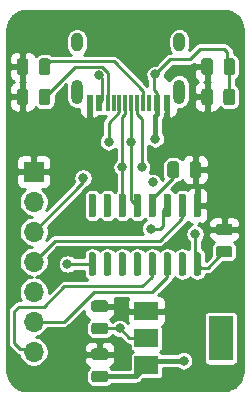
<source format=gtl>
G04 #@! TF.GenerationSoftware,KiCad,Pcbnew,(5.1.5)-3*
G04 #@! TF.CreationDate,2020-06-01T09:33:32-04:00*
G04 #@! TF.ProjectId,OpenUSB2Serial,4f70656e-5553-4423-9253-657269616c2e,rev?*
G04 #@! TF.SameCoordinates,Original*
G04 #@! TF.FileFunction,Copper,L1,Top*
G04 #@! TF.FilePolarity,Positive*
%FSLAX46Y46*%
G04 Gerber Fmt 4.6, Leading zero omitted, Abs format (unit mm)*
G04 Created by KiCad (PCBNEW (5.1.5)-3) date 2020-06-01 09:33:32*
%MOMM*%
%LPD*%
G04 APERTURE LIST*
%ADD10O,1.700000X1.700000*%
%ADD11R,1.700000X1.700000*%
%ADD12C,0.100000*%
%ADD13R,2.000000X1.500000*%
%ADD14R,2.000000X3.800000*%
%ADD15R,0.600000X1.450000*%
%ADD16R,0.300000X1.450000*%
%ADD17O,1.000000X2.100000*%
%ADD18O,1.000000X1.600000*%
%ADD19C,0.800000*%
%ADD20C,0.250000*%
%ADD21C,0.400000*%
%ADD22C,0.254000*%
G04 APERTURE END LIST*
D10*
X103632000Y-94742000D03*
X103632000Y-92202000D03*
X103632000Y-89662000D03*
X103632000Y-87122000D03*
X103632000Y-84582000D03*
X103632000Y-82042000D03*
D11*
X103632000Y-79502000D03*
G04 #@! TA.AperFunction,SMDPad,CuDef*
D12*
G36*
X117587942Y-78625374D02*
G01*
X117611603Y-78628884D01*
X117634807Y-78634696D01*
X117657329Y-78642754D01*
X117678953Y-78652982D01*
X117699470Y-78665279D01*
X117718683Y-78679529D01*
X117736407Y-78695593D01*
X117752471Y-78713317D01*
X117766721Y-78732530D01*
X117779018Y-78753047D01*
X117789246Y-78774671D01*
X117797304Y-78797193D01*
X117803116Y-78820397D01*
X117806626Y-78844058D01*
X117807800Y-78867950D01*
X117807800Y-79780450D01*
X117806626Y-79804342D01*
X117803116Y-79828003D01*
X117797304Y-79851207D01*
X117789246Y-79873729D01*
X117779018Y-79895353D01*
X117766721Y-79915870D01*
X117752471Y-79935083D01*
X117736407Y-79952807D01*
X117718683Y-79968871D01*
X117699470Y-79983121D01*
X117678953Y-79995418D01*
X117657329Y-80005646D01*
X117634807Y-80013704D01*
X117611603Y-80019516D01*
X117587942Y-80023026D01*
X117564050Y-80024200D01*
X117076550Y-80024200D01*
X117052658Y-80023026D01*
X117028997Y-80019516D01*
X117005793Y-80013704D01*
X116983271Y-80005646D01*
X116961647Y-79995418D01*
X116941130Y-79983121D01*
X116921917Y-79968871D01*
X116904193Y-79952807D01*
X116888129Y-79935083D01*
X116873879Y-79915870D01*
X116861582Y-79895353D01*
X116851354Y-79873729D01*
X116843296Y-79851207D01*
X116837484Y-79828003D01*
X116833974Y-79804342D01*
X116832800Y-79780450D01*
X116832800Y-78867950D01*
X116833974Y-78844058D01*
X116837484Y-78820397D01*
X116843296Y-78797193D01*
X116851354Y-78774671D01*
X116861582Y-78753047D01*
X116873879Y-78732530D01*
X116888129Y-78713317D01*
X116904193Y-78695593D01*
X116921917Y-78679529D01*
X116941130Y-78665279D01*
X116961647Y-78652982D01*
X116983271Y-78642754D01*
X117005793Y-78634696D01*
X117028997Y-78628884D01*
X117052658Y-78625374D01*
X117076550Y-78624200D01*
X117564050Y-78624200D01*
X117587942Y-78625374D01*
G37*
G04 #@! TD.AperFunction*
G04 #@! TA.AperFunction,SMDPad,CuDef*
G36*
X115712942Y-78625374D02*
G01*
X115736603Y-78628884D01*
X115759807Y-78634696D01*
X115782329Y-78642754D01*
X115803953Y-78652982D01*
X115824470Y-78665279D01*
X115843683Y-78679529D01*
X115861407Y-78695593D01*
X115877471Y-78713317D01*
X115891721Y-78732530D01*
X115904018Y-78753047D01*
X115914246Y-78774671D01*
X115922304Y-78797193D01*
X115928116Y-78820397D01*
X115931626Y-78844058D01*
X115932800Y-78867950D01*
X115932800Y-79780450D01*
X115931626Y-79804342D01*
X115928116Y-79828003D01*
X115922304Y-79851207D01*
X115914246Y-79873729D01*
X115904018Y-79895353D01*
X115891721Y-79915870D01*
X115877471Y-79935083D01*
X115861407Y-79952807D01*
X115843683Y-79968871D01*
X115824470Y-79983121D01*
X115803953Y-79995418D01*
X115782329Y-80005646D01*
X115759807Y-80013704D01*
X115736603Y-80019516D01*
X115712942Y-80023026D01*
X115689050Y-80024200D01*
X115201550Y-80024200D01*
X115177658Y-80023026D01*
X115153997Y-80019516D01*
X115130793Y-80013704D01*
X115108271Y-80005646D01*
X115086647Y-79995418D01*
X115066130Y-79983121D01*
X115046917Y-79968871D01*
X115029193Y-79952807D01*
X115013129Y-79935083D01*
X114998879Y-79915870D01*
X114986582Y-79895353D01*
X114976354Y-79873729D01*
X114968296Y-79851207D01*
X114962484Y-79828003D01*
X114958974Y-79804342D01*
X114957800Y-79780450D01*
X114957800Y-78867950D01*
X114958974Y-78844058D01*
X114962484Y-78820397D01*
X114968296Y-78797193D01*
X114976354Y-78774671D01*
X114986582Y-78753047D01*
X114998879Y-78732530D01*
X115013129Y-78713317D01*
X115029193Y-78695593D01*
X115046917Y-78679529D01*
X115066130Y-78665279D01*
X115086647Y-78652982D01*
X115108271Y-78642754D01*
X115130793Y-78634696D01*
X115153997Y-78628884D01*
X115177658Y-78625374D01*
X115201550Y-78624200D01*
X115689050Y-78624200D01*
X115712942Y-78625374D01*
G37*
G04 #@! TD.AperFunction*
G04 #@! TA.AperFunction,SMDPad,CuDef*
G36*
X120463642Y-69901174D02*
G01*
X120487303Y-69904684D01*
X120510507Y-69910496D01*
X120533029Y-69918554D01*
X120554653Y-69928782D01*
X120575170Y-69941079D01*
X120594383Y-69955329D01*
X120612107Y-69971393D01*
X120628171Y-69989117D01*
X120642421Y-70008330D01*
X120654718Y-70028847D01*
X120664946Y-70050471D01*
X120673004Y-70072993D01*
X120678816Y-70096197D01*
X120682326Y-70119858D01*
X120683500Y-70143750D01*
X120683500Y-71056250D01*
X120682326Y-71080142D01*
X120678816Y-71103803D01*
X120673004Y-71127007D01*
X120664946Y-71149529D01*
X120654718Y-71171153D01*
X120642421Y-71191670D01*
X120628171Y-71210883D01*
X120612107Y-71228607D01*
X120594383Y-71244671D01*
X120575170Y-71258921D01*
X120554653Y-71271218D01*
X120533029Y-71281446D01*
X120510507Y-71289504D01*
X120487303Y-71295316D01*
X120463642Y-71298826D01*
X120439750Y-71300000D01*
X119952250Y-71300000D01*
X119928358Y-71298826D01*
X119904697Y-71295316D01*
X119881493Y-71289504D01*
X119858971Y-71281446D01*
X119837347Y-71271218D01*
X119816830Y-71258921D01*
X119797617Y-71244671D01*
X119779893Y-71228607D01*
X119763829Y-71210883D01*
X119749579Y-71191670D01*
X119737282Y-71171153D01*
X119727054Y-71149529D01*
X119718996Y-71127007D01*
X119713184Y-71103803D01*
X119709674Y-71080142D01*
X119708500Y-71056250D01*
X119708500Y-70143750D01*
X119709674Y-70119858D01*
X119713184Y-70096197D01*
X119718996Y-70072993D01*
X119727054Y-70050471D01*
X119737282Y-70028847D01*
X119749579Y-70008330D01*
X119763829Y-69989117D01*
X119779893Y-69971393D01*
X119797617Y-69955329D01*
X119816830Y-69941079D01*
X119837347Y-69928782D01*
X119858971Y-69918554D01*
X119881493Y-69910496D01*
X119904697Y-69904684D01*
X119928358Y-69901174D01*
X119952250Y-69900000D01*
X120439750Y-69900000D01*
X120463642Y-69901174D01*
G37*
G04 #@! TD.AperFunction*
G04 #@! TA.AperFunction,SMDPad,CuDef*
G36*
X118588642Y-69901174D02*
G01*
X118612303Y-69904684D01*
X118635507Y-69910496D01*
X118658029Y-69918554D01*
X118679653Y-69928782D01*
X118700170Y-69941079D01*
X118719383Y-69955329D01*
X118737107Y-69971393D01*
X118753171Y-69989117D01*
X118767421Y-70008330D01*
X118779718Y-70028847D01*
X118789946Y-70050471D01*
X118798004Y-70072993D01*
X118803816Y-70096197D01*
X118807326Y-70119858D01*
X118808500Y-70143750D01*
X118808500Y-71056250D01*
X118807326Y-71080142D01*
X118803816Y-71103803D01*
X118798004Y-71127007D01*
X118789946Y-71149529D01*
X118779718Y-71171153D01*
X118767421Y-71191670D01*
X118753171Y-71210883D01*
X118737107Y-71228607D01*
X118719383Y-71244671D01*
X118700170Y-71258921D01*
X118679653Y-71271218D01*
X118658029Y-71281446D01*
X118635507Y-71289504D01*
X118612303Y-71295316D01*
X118588642Y-71298826D01*
X118564750Y-71300000D01*
X118077250Y-71300000D01*
X118053358Y-71298826D01*
X118029697Y-71295316D01*
X118006493Y-71289504D01*
X117983971Y-71281446D01*
X117962347Y-71271218D01*
X117941830Y-71258921D01*
X117922617Y-71244671D01*
X117904893Y-71228607D01*
X117888829Y-71210883D01*
X117874579Y-71191670D01*
X117862282Y-71171153D01*
X117852054Y-71149529D01*
X117843996Y-71127007D01*
X117838184Y-71103803D01*
X117834674Y-71080142D01*
X117833500Y-71056250D01*
X117833500Y-70143750D01*
X117834674Y-70119858D01*
X117838184Y-70096197D01*
X117843996Y-70072993D01*
X117852054Y-70050471D01*
X117862282Y-70028847D01*
X117874579Y-70008330D01*
X117888829Y-69989117D01*
X117904893Y-69971393D01*
X117922617Y-69955329D01*
X117941830Y-69941079D01*
X117962347Y-69928782D01*
X117983971Y-69918554D01*
X118006493Y-69910496D01*
X118029697Y-69904684D01*
X118053358Y-69901174D01*
X118077250Y-69900000D01*
X118564750Y-69900000D01*
X118588642Y-69901174D01*
G37*
G04 #@! TD.AperFunction*
D13*
X113182000Y-91299000D03*
X113182000Y-95899000D03*
X113182000Y-93599000D03*
D14*
X119482000Y-93599000D03*
G04 #@! TA.AperFunction,SMDPad,CuDef*
D12*
G36*
X117639703Y-86336722D02*
G01*
X117654264Y-86338882D01*
X117668543Y-86342459D01*
X117682403Y-86347418D01*
X117695710Y-86353712D01*
X117708336Y-86361280D01*
X117720159Y-86370048D01*
X117731066Y-86379934D01*
X117740952Y-86390841D01*
X117749720Y-86402664D01*
X117757288Y-86415290D01*
X117763582Y-86428597D01*
X117768541Y-86442457D01*
X117772118Y-86456736D01*
X117774278Y-86471297D01*
X117775000Y-86486000D01*
X117775000Y-88136000D01*
X117774278Y-88150703D01*
X117772118Y-88165264D01*
X117768541Y-88179543D01*
X117763582Y-88193403D01*
X117757288Y-88206710D01*
X117749720Y-88219336D01*
X117740952Y-88231159D01*
X117731066Y-88242066D01*
X117720159Y-88251952D01*
X117708336Y-88260720D01*
X117695710Y-88268288D01*
X117682403Y-88274582D01*
X117668543Y-88279541D01*
X117654264Y-88283118D01*
X117639703Y-88285278D01*
X117625000Y-88286000D01*
X117325000Y-88286000D01*
X117310297Y-88285278D01*
X117295736Y-88283118D01*
X117281457Y-88279541D01*
X117267597Y-88274582D01*
X117254290Y-88268288D01*
X117241664Y-88260720D01*
X117229841Y-88251952D01*
X117218934Y-88242066D01*
X117209048Y-88231159D01*
X117200280Y-88219336D01*
X117192712Y-88206710D01*
X117186418Y-88193403D01*
X117181459Y-88179543D01*
X117177882Y-88165264D01*
X117175722Y-88150703D01*
X117175000Y-88136000D01*
X117175000Y-86486000D01*
X117175722Y-86471297D01*
X117177882Y-86456736D01*
X117181459Y-86442457D01*
X117186418Y-86428597D01*
X117192712Y-86415290D01*
X117200280Y-86402664D01*
X117209048Y-86390841D01*
X117218934Y-86379934D01*
X117229841Y-86370048D01*
X117241664Y-86361280D01*
X117254290Y-86353712D01*
X117267597Y-86347418D01*
X117281457Y-86342459D01*
X117295736Y-86338882D01*
X117310297Y-86336722D01*
X117325000Y-86336000D01*
X117625000Y-86336000D01*
X117639703Y-86336722D01*
G37*
G04 #@! TD.AperFunction*
G04 #@! TA.AperFunction,SMDPad,CuDef*
G36*
X116369703Y-86336722D02*
G01*
X116384264Y-86338882D01*
X116398543Y-86342459D01*
X116412403Y-86347418D01*
X116425710Y-86353712D01*
X116438336Y-86361280D01*
X116450159Y-86370048D01*
X116461066Y-86379934D01*
X116470952Y-86390841D01*
X116479720Y-86402664D01*
X116487288Y-86415290D01*
X116493582Y-86428597D01*
X116498541Y-86442457D01*
X116502118Y-86456736D01*
X116504278Y-86471297D01*
X116505000Y-86486000D01*
X116505000Y-88136000D01*
X116504278Y-88150703D01*
X116502118Y-88165264D01*
X116498541Y-88179543D01*
X116493582Y-88193403D01*
X116487288Y-88206710D01*
X116479720Y-88219336D01*
X116470952Y-88231159D01*
X116461066Y-88242066D01*
X116450159Y-88251952D01*
X116438336Y-88260720D01*
X116425710Y-88268288D01*
X116412403Y-88274582D01*
X116398543Y-88279541D01*
X116384264Y-88283118D01*
X116369703Y-88285278D01*
X116355000Y-88286000D01*
X116055000Y-88286000D01*
X116040297Y-88285278D01*
X116025736Y-88283118D01*
X116011457Y-88279541D01*
X115997597Y-88274582D01*
X115984290Y-88268288D01*
X115971664Y-88260720D01*
X115959841Y-88251952D01*
X115948934Y-88242066D01*
X115939048Y-88231159D01*
X115930280Y-88219336D01*
X115922712Y-88206710D01*
X115916418Y-88193403D01*
X115911459Y-88179543D01*
X115907882Y-88165264D01*
X115905722Y-88150703D01*
X115905000Y-88136000D01*
X115905000Y-86486000D01*
X115905722Y-86471297D01*
X115907882Y-86456736D01*
X115911459Y-86442457D01*
X115916418Y-86428597D01*
X115922712Y-86415290D01*
X115930280Y-86402664D01*
X115939048Y-86390841D01*
X115948934Y-86379934D01*
X115959841Y-86370048D01*
X115971664Y-86361280D01*
X115984290Y-86353712D01*
X115997597Y-86347418D01*
X116011457Y-86342459D01*
X116025736Y-86338882D01*
X116040297Y-86336722D01*
X116055000Y-86336000D01*
X116355000Y-86336000D01*
X116369703Y-86336722D01*
G37*
G04 #@! TD.AperFunction*
G04 #@! TA.AperFunction,SMDPad,CuDef*
G36*
X115099703Y-86336722D02*
G01*
X115114264Y-86338882D01*
X115128543Y-86342459D01*
X115142403Y-86347418D01*
X115155710Y-86353712D01*
X115168336Y-86361280D01*
X115180159Y-86370048D01*
X115191066Y-86379934D01*
X115200952Y-86390841D01*
X115209720Y-86402664D01*
X115217288Y-86415290D01*
X115223582Y-86428597D01*
X115228541Y-86442457D01*
X115232118Y-86456736D01*
X115234278Y-86471297D01*
X115235000Y-86486000D01*
X115235000Y-88136000D01*
X115234278Y-88150703D01*
X115232118Y-88165264D01*
X115228541Y-88179543D01*
X115223582Y-88193403D01*
X115217288Y-88206710D01*
X115209720Y-88219336D01*
X115200952Y-88231159D01*
X115191066Y-88242066D01*
X115180159Y-88251952D01*
X115168336Y-88260720D01*
X115155710Y-88268288D01*
X115142403Y-88274582D01*
X115128543Y-88279541D01*
X115114264Y-88283118D01*
X115099703Y-88285278D01*
X115085000Y-88286000D01*
X114785000Y-88286000D01*
X114770297Y-88285278D01*
X114755736Y-88283118D01*
X114741457Y-88279541D01*
X114727597Y-88274582D01*
X114714290Y-88268288D01*
X114701664Y-88260720D01*
X114689841Y-88251952D01*
X114678934Y-88242066D01*
X114669048Y-88231159D01*
X114660280Y-88219336D01*
X114652712Y-88206710D01*
X114646418Y-88193403D01*
X114641459Y-88179543D01*
X114637882Y-88165264D01*
X114635722Y-88150703D01*
X114635000Y-88136000D01*
X114635000Y-86486000D01*
X114635722Y-86471297D01*
X114637882Y-86456736D01*
X114641459Y-86442457D01*
X114646418Y-86428597D01*
X114652712Y-86415290D01*
X114660280Y-86402664D01*
X114669048Y-86390841D01*
X114678934Y-86379934D01*
X114689841Y-86370048D01*
X114701664Y-86361280D01*
X114714290Y-86353712D01*
X114727597Y-86347418D01*
X114741457Y-86342459D01*
X114755736Y-86338882D01*
X114770297Y-86336722D01*
X114785000Y-86336000D01*
X115085000Y-86336000D01*
X115099703Y-86336722D01*
G37*
G04 #@! TD.AperFunction*
G04 #@! TA.AperFunction,SMDPad,CuDef*
G36*
X113829703Y-86336722D02*
G01*
X113844264Y-86338882D01*
X113858543Y-86342459D01*
X113872403Y-86347418D01*
X113885710Y-86353712D01*
X113898336Y-86361280D01*
X113910159Y-86370048D01*
X113921066Y-86379934D01*
X113930952Y-86390841D01*
X113939720Y-86402664D01*
X113947288Y-86415290D01*
X113953582Y-86428597D01*
X113958541Y-86442457D01*
X113962118Y-86456736D01*
X113964278Y-86471297D01*
X113965000Y-86486000D01*
X113965000Y-88136000D01*
X113964278Y-88150703D01*
X113962118Y-88165264D01*
X113958541Y-88179543D01*
X113953582Y-88193403D01*
X113947288Y-88206710D01*
X113939720Y-88219336D01*
X113930952Y-88231159D01*
X113921066Y-88242066D01*
X113910159Y-88251952D01*
X113898336Y-88260720D01*
X113885710Y-88268288D01*
X113872403Y-88274582D01*
X113858543Y-88279541D01*
X113844264Y-88283118D01*
X113829703Y-88285278D01*
X113815000Y-88286000D01*
X113515000Y-88286000D01*
X113500297Y-88285278D01*
X113485736Y-88283118D01*
X113471457Y-88279541D01*
X113457597Y-88274582D01*
X113444290Y-88268288D01*
X113431664Y-88260720D01*
X113419841Y-88251952D01*
X113408934Y-88242066D01*
X113399048Y-88231159D01*
X113390280Y-88219336D01*
X113382712Y-88206710D01*
X113376418Y-88193403D01*
X113371459Y-88179543D01*
X113367882Y-88165264D01*
X113365722Y-88150703D01*
X113365000Y-88136000D01*
X113365000Y-86486000D01*
X113365722Y-86471297D01*
X113367882Y-86456736D01*
X113371459Y-86442457D01*
X113376418Y-86428597D01*
X113382712Y-86415290D01*
X113390280Y-86402664D01*
X113399048Y-86390841D01*
X113408934Y-86379934D01*
X113419841Y-86370048D01*
X113431664Y-86361280D01*
X113444290Y-86353712D01*
X113457597Y-86347418D01*
X113471457Y-86342459D01*
X113485736Y-86338882D01*
X113500297Y-86336722D01*
X113515000Y-86336000D01*
X113815000Y-86336000D01*
X113829703Y-86336722D01*
G37*
G04 #@! TD.AperFunction*
G04 #@! TA.AperFunction,SMDPad,CuDef*
G36*
X112559703Y-86336722D02*
G01*
X112574264Y-86338882D01*
X112588543Y-86342459D01*
X112602403Y-86347418D01*
X112615710Y-86353712D01*
X112628336Y-86361280D01*
X112640159Y-86370048D01*
X112651066Y-86379934D01*
X112660952Y-86390841D01*
X112669720Y-86402664D01*
X112677288Y-86415290D01*
X112683582Y-86428597D01*
X112688541Y-86442457D01*
X112692118Y-86456736D01*
X112694278Y-86471297D01*
X112695000Y-86486000D01*
X112695000Y-88136000D01*
X112694278Y-88150703D01*
X112692118Y-88165264D01*
X112688541Y-88179543D01*
X112683582Y-88193403D01*
X112677288Y-88206710D01*
X112669720Y-88219336D01*
X112660952Y-88231159D01*
X112651066Y-88242066D01*
X112640159Y-88251952D01*
X112628336Y-88260720D01*
X112615710Y-88268288D01*
X112602403Y-88274582D01*
X112588543Y-88279541D01*
X112574264Y-88283118D01*
X112559703Y-88285278D01*
X112545000Y-88286000D01*
X112245000Y-88286000D01*
X112230297Y-88285278D01*
X112215736Y-88283118D01*
X112201457Y-88279541D01*
X112187597Y-88274582D01*
X112174290Y-88268288D01*
X112161664Y-88260720D01*
X112149841Y-88251952D01*
X112138934Y-88242066D01*
X112129048Y-88231159D01*
X112120280Y-88219336D01*
X112112712Y-88206710D01*
X112106418Y-88193403D01*
X112101459Y-88179543D01*
X112097882Y-88165264D01*
X112095722Y-88150703D01*
X112095000Y-88136000D01*
X112095000Y-86486000D01*
X112095722Y-86471297D01*
X112097882Y-86456736D01*
X112101459Y-86442457D01*
X112106418Y-86428597D01*
X112112712Y-86415290D01*
X112120280Y-86402664D01*
X112129048Y-86390841D01*
X112138934Y-86379934D01*
X112149841Y-86370048D01*
X112161664Y-86361280D01*
X112174290Y-86353712D01*
X112187597Y-86347418D01*
X112201457Y-86342459D01*
X112215736Y-86338882D01*
X112230297Y-86336722D01*
X112245000Y-86336000D01*
X112545000Y-86336000D01*
X112559703Y-86336722D01*
G37*
G04 #@! TD.AperFunction*
G04 #@! TA.AperFunction,SMDPad,CuDef*
G36*
X111289703Y-86336722D02*
G01*
X111304264Y-86338882D01*
X111318543Y-86342459D01*
X111332403Y-86347418D01*
X111345710Y-86353712D01*
X111358336Y-86361280D01*
X111370159Y-86370048D01*
X111381066Y-86379934D01*
X111390952Y-86390841D01*
X111399720Y-86402664D01*
X111407288Y-86415290D01*
X111413582Y-86428597D01*
X111418541Y-86442457D01*
X111422118Y-86456736D01*
X111424278Y-86471297D01*
X111425000Y-86486000D01*
X111425000Y-88136000D01*
X111424278Y-88150703D01*
X111422118Y-88165264D01*
X111418541Y-88179543D01*
X111413582Y-88193403D01*
X111407288Y-88206710D01*
X111399720Y-88219336D01*
X111390952Y-88231159D01*
X111381066Y-88242066D01*
X111370159Y-88251952D01*
X111358336Y-88260720D01*
X111345710Y-88268288D01*
X111332403Y-88274582D01*
X111318543Y-88279541D01*
X111304264Y-88283118D01*
X111289703Y-88285278D01*
X111275000Y-88286000D01*
X110975000Y-88286000D01*
X110960297Y-88285278D01*
X110945736Y-88283118D01*
X110931457Y-88279541D01*
X110917597Y-88274582D01*
X110904290Y-88268288D01*
X110891664Y-88260720D01*
X110879841Y-88251952D01*
X110868934Y-88242066D01*
X110859048Y-88231159D01*
X110850280Y-88219336D01*
X110842712Y-88206710D01*
X110836418Y-88193403D01*
X110831459Y-88179543D01*
X110827882Y-88165264D01*
X110825722Y-88150703D01*
X110825000Y-88136000D01*
X110825000Y-86486000D01*
X110825722Y-86471297D01*
X110827882Y-86456736D01*
X110831459Y-86442457D01*
X110836418Y-86428597D01*
X110842712Y-86415290D01*
X110850280Y-86402664D01*
X110859048Y-86390841D01*
X110868934Y-86379934D01*
X110879841Y-86370048D01*
X110891664Y-86361280D01*
X110904290Y-86353712D01*
X110917597Y-86347418D01*
X110931457Y-86342459D01*
X110945736Y-86338882D01*
X110960297Y-86336722D01*
X110975000Y-86336000D01*
X111275000Y-86336000D01*
X111289703Y-86336722D01*
G37*
G04 #@! TD.AperFunction*
G04 #@! TA.AperFunction,SMDPad,CuDef*
G36*
X110019703Y-86336722D02*
G01*
X110034264Y-86338882D01*
X110048543Y-86342459D01*
X110062403Y-86347418D01*
X110075710Y-86353712D01*
X110088336Y-86361280D01*
X110100159Y-86370048D01*
X110111066Y-86379934D01*
X110120952Y-86390841D01*
X110129720Y-86402664D01*
X110137288Y-86415290D01*
X110143582Y-86428597D01*
X110148541Y-86442457D01*
X110152118Y-86456736D01*
X110154278Y-86471297D01*
X110155000Y-86486000D01*
X110155000Y-88136000D01*
X110154278Y-88150703D01*
X110152118Y-88165264D01*
X110148541Y-88179543D01*
X110143582Y-88193403D01*
X110137288Y-88206710D01*
X110129720Y-88219336D01*
X110120952Y-88231159D01*
X110111066Y-88242066D01*
X110100159Y-88251952D01*
X110088336Y-88260720D01*
X110075710Y-88268288D01*
X110062403Y-88274582D01*
X110048543Y-88279541D01*
X110034264Y-88283118D01*
X110019703Y-88285278D01*
X110005000Y-88286000D01*
X109705000Y-88286000D01*
X109690297Y-88285278D01*
X109675736Y-88283118D01*
X109661457Y-88279541D01*
X109647597Y-88274582D01*
X109634290Y-88268288D01*
X109621664Y-88260720D01*
X109609841Y-88251952D01*
X109598934Y-88242066D01*
X109589048Y-88231159D01*
X109580280Y-88219336D01*
X109572712Y-88206710D01*
X109566418Y-88193403D01*
X109561459Y-88179543D01*
X109557882Y-88165264D01*
X109555722Y-88150703D01*
X109555000Y-88136000D01*
X109555000Y-86486000D01*
X109555722Y-86471297D01*
X109557882Y-86456736D01*
X109561459Y-86442457D01*
X109566418Y-86428597D01*
X109572712Y-86415290D01*
X109580280Y-86402664D01*
X109589048Y-86390841D01*
X109598934Y-86379934D01*
X109609841Y-86370048D01*
X109621664Y-86361280D01*
X109634290Y-86353712D01*
X109647597Y-86347418D01*
X109661457Y-86342459D01*
X109675736Y-86338882D01*
X109690297Y-86336722D01*
X109705000Y-86336000D01*
X110005000Y-86336000D01*
X110019703Y-86336722D01*
G37*
G04 #@! TD.AperFunction*
G04 #@! TA.AperFunction,SMDPad,CuDef*
G36*
X108749703Y-86336722D02*
G01*
X108764264Y-86338882D01*
X108778543Y-86342459D01*
X108792403Y-86347418D01*
X108805710Y-86353712D01*
X108818336Y-86361280D01*
X108830159Y-86370048D01*
X108841066Y-86379934D01*
X108850952Y-86390841D01*
X108859720Y-86402664D01*
X108867288Y-86415290D01*
X108873582Y-86428597D01*
X108878541Y-86442457D01*
X108882118Y-86456736D01*
X108884278Y-86471297D01*
X108885000Y-86486000D01*
X108885000Y-88136000D01*
X108884278Y-88150703D01*
X108882118Y-88165264D01*
X108878541Y-88179543D01*
X108873582Y-88193403D01*
X108867288Y-88206710D01*
X108859720Y-88219336D01*
X108850952Y-88231159D01*
X108841066Y-88242066D01*
X108830159Y-88251952D01*
X108818336Y-88260720D01*
X108805710Y-88268288D01*
X108792403Y-88274582D01*
X108778543Y-88279541D01*
X108764264Y-88283118D01*
X108749703Y-88285278D01*
X108735000Y-88286000D01*
X108435000Y-88286000D01*
X108420297Y-88285278D01*
X108405736Y-88283118D01*
X108391457Y-88279541D01*
X108377597Y-88274582D01*
X108364290Y-88268288D01*
X108351664Y-88260720D01*
X108339841Y-88251952D01*
X108328934Y-88242066D01*
X108319048Y-88231159D01*
X108310280Y-88219336D01*
X108302712Y-88206710D01*
X108296418Y-88193403D01*
X108291459Y-88179543D01*
X108287882Y-88165264D01*
X108285722Y-88150703D01*
X108285000Y-88136000D01*
X108285000Y-86486000D01*
X108285722Y-86471297D01*
X108287882Y-86456736D01*
X108291459Y-86442457D01*
X108296418Y-86428597D01*
X108302712Y-86415290D01*
X108310280Y-86402664D01*
X108319048Y-86390841D01*
X108328934Y-86379934D01*
X108339841Y-86370048D01*
X108351664Y-86361280D01*
X108364290Y-86353712D01*
X108377597Y-86347418D01*
X108391457Y-86342459D01*
X108405736Y-86338882D01*
X108420297Y-86336722D01*
X108435000Y-86336000D01*
X108735000Y-86336000D01*
X108749703Y-86336722D01*
G37*
G04 #@! TD.AperFunction*
G04 #@! TA.AperFunction,SMDPad,CuDef*
G36*
X108749703Y-81386722D02*
G01*
X108764264Y-81388882D01*
X108778543Y-81392459D01*
X108792403Y-81397418D01*
X108805710Y-81403712D01*
X108818336Y-81411280D01*
X108830159Y-81420048D01*
X108841066Y-81429934D01*
X108850952Y-81440841D01*
X108859720Y-81452664D01*
X108867288Y-81465290D01*
X108873582Y-81478597D01*
X108878541Y-81492457D01*
X108882118Y-81506736D01*
X108884278Y-81521297D01*
X108885000Y-81536000D01*
X108885000Y-83186000D01*
X108884278Y-83200703D01*
X108882118Y-83215264D01*
X108878541Y-83229543D01*
X108873582Y-83243403D01*
X108867288Y-83256710D01*
X108859720Y-83269336D01*
X108850952Y-83281159D01*
X108841066Y-83292066D01*
X108830159Y-83301952D01*
X108818336Y-83310720D01*
X108805710Y-83318288D01*
X108792403Y-83324582D01*
X108778543Y-83329541D01*
X108764264Y-83333118D01*
X108749703Y-83335278D01*
X108735000Y-83336000D01*
X108435000Y-83336000D01*
X108420297Y-83335278D01*
X108405736Y-83333118D01*
X108391457Y-83329541D01*
X108377597Y-83324582D01*
X108364290Y-83318288D01*
X108351664Y-83310720D01*
X108339841Y-83301952D01*
X108328934Y-83292066D01*
X108319048Y-83281159D01*
X108310280Y-83269336D01*
X108302712Y-83256710D01*
X108296418Y-83243403D01*
X108291459Y-83229543D01*
X108287882Y-83215264D01*
X108285722Y-83200703D01*
X108285000Y-83186000D01*
X108285000Y-81536000D01*
X108285722Y-81521297D01*
X108287882Y-81506736D01*
X108291459Y-81492457D01*
X108296418Y-81478597D01*
X108302712Y-81465290D01*
X108310280Y-81452664D01*
X108319048Y-81440841D01*
X108328934Y-81429934D01*
X108339841Y-81420048D01*
X108351664Y-81411280D01*
X108364290Y-81403712D01*
X108377597Y-81397418D01*
X108391457Y-81392459D01*
X108405736Y-81388882D01*
X108420297Y-81386722D01*
X108435000Y-81386000D01*
X108735000Y-81386000D01*
X108749703Y-81386722D01*
G37*
G04 #@! TD.AperFunction*
G04 #@! TA.AperFunction,SMDPad,CuDef*
G36*
X110019703Y-81386722D02*
G01*
X110034264Y-81388882D01*
X110048543Y-81392459D01*
X110062403Y-81397418D01*
X110075710Y-81403712D01*
X110088336Y-81411280D01*
X110100159Y-81420048D01*
X110111066Y-81429934D01*
X110120952Y-81440841D01*
X110129720Y-81452664D01*
X110137288Y-81465290D01*
X110143582Y-81478597D01*
X110148541Y-81492457D01*
X110152118Y-81506736D01*
X110154278Y-81521297D01*
X110155000Y-81536000D01*
X110155000Y-83186000D01*
X110154278Y-83200703D01*
X110152118Y-83215264D01*
X110148541Y-83229543D01*
X110143582Y-83243403D01*
X110137288Y-83256710D01*
X110129720Y-83269336D01*
X110120952Y-83281159D01*
X110111066Y-83292066D01*
X110100159Y-83301952D01*
X110088336Y-83310720D01*
X110075710Y-83318288D01*
X110062403Y-83324582D01*
X110048543Y-83329541D01*
X110034264Y-83333118D01*
X110019703Y-83335278D01*
X110005000Y-83336000D01*
X109705000Y-83336000D01*
X109690297Y-83335278D01*
X109675736Y-83333118D01*
X109661457Y-83329541D01*
X109647597Y-83324582D01*
X109634290Y-83318288D01*
X109621664Y-83310720D01*
X109609841Y-83301952D01*
X109598934Y-83292066D01*
X109589048Y-83281159D01*
X109580280Y-83269336D01*
X109572712Y-83256710D01*
X109566418Y-83243403D01*
X109561459Y-83229543D01*
X109557882Y-83215264D01*
X109555722Y-83200703D01*
X109555000Y-83186000D01*
X109555000Y-81536000D01*
X109555722Y-81521297D01*
X109557882Y-81506736D01*
X109561459Y-81492457D01*
X109566418Y-81478597D01*
X109572712Y-81465290D01*
X109580280Y-81452664D01*
X109589048Y-81440841D01*
X109598934Y-81429934D01*
X109609841Y-81420048D01*
X109621664Y-81411280D01*
X109634290Y-81403712D01*
X109647597Y-81397418D01*
X109661457Y-81392459D01*
X109675736Y-81388882D01*
X109690297Y-81386722D01*
X109705000Y-81386000D01*
X110005000Y-81386000D01*
X110019703Y-81386722D01*
G37*
G04 #@! TD.AperFunction*
G04 #@! TA.AperFunction,SMDPad,CuDef*
G36*
X111289703Y-81386722D02*
G01*
X111304264Y-81388882D01*
X111318543Y-81392459D01*
X111332403Y-81397418D01*
X111345710Y-81403712D01*
X111358336Y-81411280D01*
X111370159Y-81420048D01*
X111381066Y-81429934D01*
X111390952Y-81440841D01*
X111399720Y-81452664D01*
X111407288Y-81465290D01*
X111413582Y-81478597D01*
X111418541Y-81492457D01*
X111422118Y-81506736D01*
X111424278Y-81521297D01*
X111425000Y-81536000D01*
X111425000Y-83186000D01*
X111424278Y-83200703D01*
X111422118Y-83215264D01*
X111418541Y-83229543D01*
X111413582Y-83243403D01*
X111407288Y-83256710D01*
X111399720Y-83269336D01*
X111390952Y-83281159D01*
X111381066Y-83292066D01*
X111370159Y-83301952D01*
X111358336Y-83310720D01*
X111345710Y-83318288D01*
X111332403Y-83324582D01*
X111318543Y-83329541D01*
X111304264Y-83333118D01*
X111289703Y-83335278D01*
X111275000Y-83336000D01*
X110975000Y-83336000D01*
X110960297Y-83335278D01*
X110945736Y-83333118D01*
X110931457Y-83329541D01*
X110917597Y-83324582D01*
X110904290Y-83318288D01*
X110891664Y-83310720D01*
X110879841Y-83301952D01*
X110868934Y-83292066D01*
X110859048Y-83281159D01*
X110850280Y-83269336D01*
X110842712Y-83256710D01*
X110836418Y-83243403D01*
X110831459Y-83229543D01*
X110827882Y-83215264D01*
X110825722Y-83200703D01*
X110825000Y-83186000D01*
X110825000Y-81536000D01*
X110825722Y-81521297D01*
X110827882Y-81506736D01*
X110831459Y-81492457D01*
X110836418Y-81478597D01*
X110842712Y-81465290D01*
X110850280Y-81452664D01*
X110859048Y-81440841D01*
X110868934Y-81429934D01*
X110879841Y-81420048D01*
X110891664Y-81411280D01*
X110904290Y-81403712D01*
X110917597Y-81397418D01*
X110931457Y-81392459D01*
X110945736Y-81388882D01*
X110960297Y-81386722D01*
X110975000Y-81386000D01*
X111275000Y-81386000D01*
X111289703Y-81386722D01*
G37*
G04 #@! TD.AperFunction*
G04 #@! TA.AperFunction,SMDPad,CuDef*
G36*
X112559703Y-81386722D02*
G01*
X112574264Y-81388882D01*
X112588543Y-81392459D01*
X112602403Y-81397418D01*
X112615710Y-81403712D01*
X112628336Y-81411280D01*
X112640159Y-81420048D01*
X112651066Y-81429934D01*
X112660952Y-81440841D01*
X112669720Y-81452664D01*
X112677288Y-81465290D01*
X112683582Y-81478597D01*
X112688541Y-81492457D01*
X112692118Y-81506736D01*
X112694278Y-81521297D01*
X112695000Y-81536000D01*
X112695000Y-83186000D01*
X112694278Y-83200703D01*
X112692118Y-83215264D01*
X112688541Y-83229543D01*
X112683582Y-83243403D01*
X112677288Y-83256710D01*
X112669720Y-83269336D01*
X112660952Y-83281159D01*
X112651066Y-83292066D01*
X112640159Y-83301952D01*
X112628336Y-83310720D01*
X112615710Y-83318288D01*
X112602403Y-83324582D01*
X112588543Y-83329541D01*
X112574264Y-83333118D01*
X112559703Y-83335278D01*
X112545000Y-83336000D01*
X112245000Y-83336000D01*
X112230297Y-83335278D01*
X112215736Y-83333118D01*
X112201457Y-83329541D01*
X112187597Y-83324582D01*
X112174290Y-83318288D01*
X112161664Y-83310720D01*
X112149841Y-83301952D01*
X112138934Y-83292066D01*
X112129048Y-83281159D01*
X112120280Y-83269336D01*
X112112712Y-83256710D01*
X112106418Y-83243403D01*
X112101459Y-83229543D01*
X112097882Y-83215264D01*
X112095722Y-83200703D01*
X112095000Y-83186000D01*
X112095000Y-81536000D01*
X112095722Y-81521297D01*
X112097882Y-81506736D01*
X112101459Y-81492457D01*
X112106418Y-81478597D01*
X112112712Y-81465290D01*
X112120280Y-81452664D01*
X112129048Y-81440841D01*
X112138934Y-81429934D01*
X112149841Y-81420048D01*
X112161664Y-81411280D01*
X112174290Y-81403712D01*
X112187597Y-81397418D01*
X112201457Y-81392459D01*
X112215736Y-81388882D01*
X112230297Y-81386722D01*
X112245000Y-81386000D01*
X112545000Y-81386000D01*
X112559703Y-81386722D01*
G37*
G04 #@! TD.AperFunction*
G04 #@! TA.AperFunction,SMDPad,CuDef*
G36*
X113829703Y-81386722D02*
G01*
X113844264Y-81388882D01*
X113858543Y-81392459D01*
X113872403Y-81397418D01*
X113885710Y-81403712D01*
X113898336Y-81411280D01*
X113910159Y-81420048D01*
X113921066Y-81429934D01*
X113930952Y-81440841D01*
X113939720Y-81452664D01*
X113947288Y-81465290D01*
X113953582Y-81478597D01*
X113958541Y-81492457D01*
X113962118Y-81506736D01*
X113964278Y-81521297D01*
X113965000Y-81536000D01*
X113965000Y-83186000D01*
X113964278Y-83200703D01*
X113962118Y-83215264D01*
X113958541Y-83229543D01*
X113953582Y-83243403D01*
X113947288Y-83256710D01*
X113939720Y-83269336D01*
X113930952Y-83281159D01*
X113921066Y-83292066D01*
X113910159Y-83301952D01*
X113898336Y-83310720D01*
X113885710Y-83318288D01*
X113872403Y-83324582D01*
X113858543Y-83329541D01*
X113844264Y-83333118D01*
X113829703Y-83335278D01*
X113815000Y-83336000D01*
X113515000Y-83336000D01*
X113500297Y-83335278D01*
X113485736Y-83333118D01*
X113471457Y-83329541D01*
X113457597Y-83324582D01*
X113444290Y-83318288D01*
X113431664Y-83310720D01*
X113419841Y-83301952D01*
X113408934Y-83292066D01*
X113399048Y-83281159D01*
X113390280Y-83269336D01*
X113382712Y-83256710D01*
X113376418Y-83243403D01*
X113371459Y-83229543D01*
X113367882Y-83215264D01*
X113365722Y-83200703D01*
X113365000Y-83186000D01*
X113365000Y-81536000D01*
X113365722Y-81521297D01*
X113367882Y-81506736D01*
X113371459Y-81492457D01*
X113376418Y-81478597D01*
X113382712Y-81465290D01*
X113390280Y-81452664D01*
X113399048Y-81440841D01*
X113408934Y-81429934D01*
X113419841Y-81420048D01*
X113431664Y-81411280D01*
X113444290Y-81403712D01*
X113457597Y-81397418D01*
X113471457Y-81392459D01*
X113485736Y-81388882D01*
X113500297Y-81386722D01*
X113515000Y-81386000D01*
X113815000Y-81386000D01*
X113829703Y-81386722D01*
G37*
G04 #@! TD.AperFunction*
G04 #@! TA.AperFunction,SMDPad,CuDef*
G36*
X115099703Y-81386722D02*
G01*
X115114264Y-81388882D01*
X115128543Y-81392459D01*
X115142403Y-81397418D01*
X115155710Y-81403712D01*
X115168336Y-81411280D01*
X115180159Y-81420048D01*
X115191066Y-81429934D01*
X115200952Y-81440841D01*
X115209720Y-81452664D01*
X115217288Y-81465290D01*
X115223582Y-81478597D01*
X115228541Y-81492457D01*
X115232118Y-81506736D01*
X115234278Y-81521297D01*
X115235000Y-81536000D01*
X115235000Y-83186000D01*
X115234278Y-83200703D01*
X115232118Y-83215264D01*
X115228541Y-83229543D01*
X115223582Y-83243403D01*
X115217288Y-83256710D01*
X115209720Y-83269336D01*
X115200952Y-83281159D01*
X115191066Y-83292066D01*
X115180159Y-83301952D01*
X115168336Y-83310720D01*
X115155710Y-83318288D01*
X115142403Y-83324582D01*
X115128543Y-83329541D01*
X115114264Y-83333118D01*
X115099703Y-83335278D01*
X115085000Y-83336000D01*
X114785000Y-83336000D01*
X114770297Y-83335278D01*
X114755736Y-83333118D01*
X114741457Y-83329541D01*
X114727597Y-83324582D01*
X114714290Y-83318288D01*
X114701664Y-83310720D01*
X114689841Y-83301952D01*
X114678934Y-83292066D01*
X114669048Y-83281159D01*
X114660280Y-83269336D01*
X114652712Y-83256710D01*
X114646418Y-83243403D01*
X114641459Y-83229543D01*
X114637882Y-83215264D01*
X114635722Y-83200703D01*
X114635000Y-83186000D01*
X114635000Y-81536000D01*
X114635722Y-81521297D01*
X114637882Y-81506736D01*
X114641459Y-81492457D01*
X114646418Y-81478597D01*
X114652712Y-81465290D01*
X114660280Y-81452664D01*
X114669048Y-81440841D01*
X114678934Y-81429934D01*
X114689841Y-81420048D01*
X114701664Y-81411280D01*
X114714290Y-81403712D01*
X114727597Y-81397418D01*
X114741457Y-81392459D01*
X114755736Y-81388882D01*
X114770297Y-81386722D01*
X114785000Y-81386000D01*
X115085000Y-81386000D01*
X115099703Y-81386722D01*
G37*
G04 #@! TD.AperFunction*
G04 #@! TA.AperFunction,SMDPad,CuDef*
G36*
X116369703Y-81386722D02*
G01*
X116384264Y-81388882D01*
X116398543Y-81392459D01*
X116412403Y-81397418D01*
X116425710Y-81403712D01*
X116438336Y-81411280D01*
X116450159Y-81420048D01*
X116461066Y-81429934D01*
X116470952Y-81440841D01*
X116479720Y-81452664D01*
X116487288Y-81465290D01*
X116493582Y-81478597D01*
X116498541Y-81492457D01*
X116502118Y-81506736D01*
X116504278Y-81521297D01*
X116505000Y-81536000D01*
X116505000Y-83186000D01*
X116504278Y-83200703D01*
X116502118Y-83215264D01*
X116498541Y-83229543D01*
X116493582Y-83243403D01*
X116487288Y-83256710D01*
X116479720Y-83269336D01*
X116470952Y-83281159D01*
X116461066Y-83292066D01*
X116450159Y-83301952D01*
X116438336Y-83310720D01*
X116425710Y-83318288D01*
X116412403Y-83324582D01*
X116398543Y-83329541D01*
X116384264Y-83333118D01*
X116369703Y-83335278D01*
X116355000Y-83336000D01*
X116055000Y-83336000D01*
X116040297Y-83335278D01*
X116025736Y-83333118D01*
X116011457Y-83329541D01*
X115997597Y-83324582D01*
X115984290Y-83318288D01*
X115971664Y-83310720D01*
X115959841Y-83301952D01*
X115948934Y-83292066D01*
X115939048Y-83281159D01*
X115930280Y-83269336D01*
X115922712Y-83256710D01*
X115916418Y-83243403D01*
X115911459Y-83229543D01*
X115907882Y-83215264D01*
X115905722Y-83200703D01*
X115905000Y-83186000D01*
X115905000Y-81536000D01*
X115905722Y-81521297D01*
X115907882Y-81506736D01*
X115911459Y-81492457D01*
X115916418Y-81478597D01*
X115922712Y-81465290D01*
X115930280Y-81452664D01*
X115939048Y-81440841D01*
X115948934Y-81429934D01*
X115959841Y-81420048D01*
X115971664Y-81411280D01*
X115984290Y-81403712D01*
X115997597Y-81397418D01*
X116011457Y-81392459D01*
X116025736Y-81388882D01*
X116040297Y-81386722D01*
X116055000Y-81386000D01*
X116355000Y-81386000D01*
X116369703Y-81386722D01*
G37*
G04 #@! TD.AperFunction*
G04 #@! TA.AperFunction,SMDPad,CuDef*
G36*
X117639703Y-81386722D02*
G01*
X117654264Y-81388882D01*
X117668543Y-81392459D01*
X117682403Y-81397418D01*
X117695710Y-81403712D01*
X117708336Y-81411280D01*
X117720159Y-81420048D01*
X117731066Y-81429934D01*
X117740952Y-81440841D01*
X117749720Y-81452664D01*
X117757288Y-81465290D01*
X117763582Y-81478597D01*
X117768541Y-81492457D01*
X117772118Y-81506736D01*
X117774278Y-81521297D01*
X117775000Y-81536000D01*
X117775000Y-83186000D01*
X117774278Y-83200703D01*
X117772118Y-83215264D01*
X117768541Y-83229543D01*
X117763582Y-83243403D01*
X117757288Y-83256710D01*
X117749720Y-83269336D01*
X117740952Y-83281159D01*
X117731066Y-83292066D01*
X117720159Y-83301952D01*
X117708336Y-83310720D01*
X117695710Y-83318288D01*
X117682403Y-83324582D01*
X117668543Y-83329541D01*
X117654264Y-83333118D01*
X117639703Y-83335278D01*
X117625000Y-83336000D01*
X117325000Y-83336000D01*
X117310297Y-83335278D01*
X117295736Y-83333118D01*
X117281457Y-83329541D01*
X117267597Y-83324582D01*
X117254290Y-83318288D01*
X117241664Y-83310720D01*
X117229841Y-83301952D01*
X117218934Y-83292066D01*
X117209048Y-83281159D01*
X117200280Y-83269336D01*
X117192712Y-83256710D01*
X117186418Y-83243403D01*
X117181459Y-83229543D01*
X117177882Y-83215264D01*
X117175722Y-83200703D01*
X117175000Y-83186000D01*
X117175000Y-81536000D01*
X117175722Y-81521297D01*
X117177882Y-81506736D01*
X117181459Y-81492457D01*
X117186418Y-81478597D01*
X117192712Y-81465290D01*
X117200280Y-81452664D01*
X117209048Y-81440841D01*
X117218934Y-81429934D01*
X117229841Y-81420048D01*
X117241664Y-81411280D01*
X117254290Y-81403712D01*
X117267597Y-81397418D01*
X117281457Y-81392459D01*
X117295736Y-81388882D01*
X117310297Y-81386722D01*
X117325000Y-81386000D01*
X117625000Y-81386000D01*
X117639703Y-81386722D01*
G37*
G04 #@! TD.AperFunction*
G04 #@! TA.AperFunction,SMDPad,CuDef*
G36*
X102962142Y-69901174D02*
G01*
X102985803Y-69904684D01*
X103009007Y-69910496D01*
X103031529Y-69918554D01*
X103053153Y-69928782D01*
X103073670Y-69941079D01*
X103092883Y-69955329D01*
X103110607Y-69971393D01*
X103126671Y-69989117D01*
X103140921Y-70008330D01*
X103153218Y-70028847D01*
X103163446Y-70050471D01*
X103171504Y-70072993D01*
X103177316Y-70096197D01*
X103180826Y-70119858D01*
X103182000Y-70143750D01*
X103182000Y-71056250D01*
X103180826Y-71080142D01*
X103177316Y-71103803D01*
X103171504Y-71127007D01*
X103163446Y-71149529D01*
X103153218Y-71171153D01*
X103140921Y-71191670D01*
X103126671Y-71210883D01*
X103110607Y-71228607D01*
X103092883Y-71244671D01*
X103073670Y-71258921D01*
X103053153Y-71271218D01*
X103031529Y-71281446D01*
X103009007Y-71289504D01*
X102985803Y-71295316D01*
X102962142Y-71298826D01*
X102938250Y-71300000D01*
X102450750Y-71300000D01*
X102426858Y-71298826D01*
X102403197Y-71295316D01*
X102379993Y-71289504D01*
X102357471Y-71281446D01*
X102335847Y-71271218D01*
X102315330Y-71258921D01*
X102296117Y-71244671D01*
X102278393Y-71228607D01*
X102262329Y-71210883D01*
X102248079Y-71191670D01*
X102235782Y-71171153D01*
X102225554Y-71149529D01*
X102217496Y-71127007D01*
X102211684Y-71103803D01*
X102208174Y-71080142D01*
X102207000Y-71056250D01*
X102207000Y-70143750D01*
X102208174Y-70119858D01*
X102211684Y-70096197D01*
X102217496Y-70072993D01*
X102225554Y-70050471D01*
X102235782Y-70028847D01*
X102248079Y-70008330D01*
X102262329Y-69989117D01*
X102278393Y-69971393D01*
X102296117Y-69955329D01*
X102315330Y-69941079D01*
X102335847Y-69928782D01*
X102357471Y-69918554D01*
X102379993Y-69910496D01*
X102403197Y-69904684D01*
X102426858Y-69901174D01*
X102450750Y-69900000D01*
X102938250Y-69900000D01*
X102962142Y-69901174D01*
G37*
G04 #@! TD.AperFunction*
G04 #@! TA.AperFunction,SMDPad,CuDef*
G36*
X104837142Y-69901174D02*
G01*
X104860803Y-69904684D01*
X104884007Y-69910496D01*
X104906529Y-69918554D01*
X104928153Y-69928782D01*
X104948670Y-69941079D01*
X104967883Y-69955329D01*
X104985607Y-69971393D01*
X105001671Y-69989117D01*
X105015921Y-70008330D01*
X105028218Y-70028847D01*
X105038446Y-70050471D01*
X105046504Y-70072993D01*
X105052316Y-70096197D01*
X105055826Y-70119858D01*
X105057000Y-70143750D01*
X105057000Y-71056250D01*
X105055826Y-71080142D01*
X105052316Y-71103803D01*
X105046504Y-71127007D01*
X105038446Y-71149529D01*
X105028218Y-71171153D01*
X105015921Y-71191670D01*
X105001671Y-71210883D01*
X104985607Y-71228607D01*
X104967883Y-71244671D01*
X104948670Y-71258921D01*
X104928153Y-71271218D01*
X104906529Y-71281446D01*
X104884007Y-71289504D01*
X104860803Y-71295316D01*
X104837142Y-71298826D01*
X104813250Y-71300000D01*
X104325750Y-71300000D01*
X104301858Y-71298826D01*
X104278197Y-71295316D01*
X104254993Y-71289504D01*
X104232471Y-71281446D01*
X104210847Y-71271218D01*
X104190330Y-71258921D01*
X104171117Y-71244671D01*
X104153393Y-71228607D01*
X104137329Y-71210883D01*
X104123079Y-71191670D01*
X104110782Y-71171153D01*
X104100554Y-71149529D01*
X104092496Y-71127007D01*
X104086684Y-71103803D01*
X104083174Y-71080142D01*
X104082000Y-71056250D01*
X104082000Y-70143750D01*
X104083174Y-70119858D01*
X104086684Y-70096197D01*
X104092496Y-70072993D01*
X104100554Y-70050471D01*
X104110782Y-70028847D01*
X104123079Y-70008330D01*
X104137329Y-69989117D01*
X104153393Y-69971393D01*
X104171117Y-69955329D01*
X104190330Y-69941079D01*
X104210847Y-69928782D01*
X104232471Y-69918554D01*
X104254993Y-69910496D01*
X104278197Y-69904684D01*
X104301858Y-69901174D01*
X104325750Y-69900000D01*
X104813250Y-69900000D01*
X104837142Y-69901174D01*
G37*
G04 #@! TD.AperFunction*
G04 #@! TA.AperFunction,SMDPad,CuDef*
G36*
X102962142Y-72453174D02*
G01*
X102985803Y-72456684D01*
X103009007Y-72462496D01*
X103031529Y-72470554D01*
X103053153Y-72480782D01*
X103073670Y-72493079D01*
X103092883Y-72507329D01*
X103110607Y-72523393D01*
X103126671Y-72541117D01*
X103140921Y-72560330D01*
X103153218Y-72580847D01*
X103163446Y-72602471D01*
X103171504Y-72624993D01*
X103177316Y-72648197D01*
X103180826Y-72671858D01*
X103182000Y-72695750D01*
X103182000Y-73608250D01*
X103180826Y-73632142D01*
X103177316Y-73655803D01*
X103171504Y-73679007D01*
X103163446Y-73701529D01*
X103153218Y-73723153D01*
X103140921Y-73743670D01*
X103126671Y-73762883D01*
X103110607Y-73780607D01*
X103092883Y-73796671D01*
X103073670Y-73810921D01*
X103053153Y-73823218D01*
X103031529Y-73833446D01*
X103009007Y-73841504D01*
X102985803Y-73847316D01*
X102962142Y-73850826D01*
X102938250Y-73852000D01*
X102450750Y-73852000D01*
X102426858Y-73850826D01*
X102403197Y-73847316D01*
X102379993Y-73841504D01*
X102357471Y-73833446D01*
X102335847Y-73823218D01*
X102315330Y-73810921D01*
X102296117Y-73796671D01*
X102278393Y-73780607D01*
X102262329Y-73762883D01*
X102248079Y-73743670D01*
X102235782Y-73723153D01*
X102225554Y-73701529D01*
X102217496Y-73679007D01*
X102211684Y-73655803D01*
X102208174Y-73632142D01*
X102207000Y-73608250D01*
X102207000Y-72695750D01*
X102208174Y-72671858D01*
X102211684Y-72648197D01*
X102217496Y-72624993D01*
X102225554Y-72602471D01*
X102235782Y-72580847D01*
X102248079Y-72560330D01*
X102262329Y-72541117D01*
X102278393Y-72523393D01*
X102296117Y-72507329D01*
X102315330Y-72493079D01*
X102335847Y-72480782D01*
X102357471Y-72470554D01*
X102379993Y-72462496D01*
X102403197Y-72456684D01*
X102426858Y-72453174D01*
X102450750Y-72452000D01*
X102938250Y-72452000D01*
X102962142Y-72453174D01*
G37*
G04 #@! TD.AperFunction*
G04 #@! TA.AperFunction,SMDPad,CuDef*
G36*
X104837142Y-72453174D02*
G01*
X104860803Y-72456684D01*
X104884007Y-72462496D01*
X104906529Y-72470554D01*
X104928153Y-72480782D01*
X104948670Y-72493079D01*
X104967883Y-72507329D01*
X104985607Y-72523393D01*
X105001671Y-72541117D01*
X105015921Y-72560330D01*
X105028218Y-72580847D01*
X105038446Y-72602471D01*
X105046504Y-72624993D01*
X105052316Y-72648197D01*
X105055826Y-72671858D01*
X105057000Y-72695750D01*
X105057000Y-73608250D01*
X105055826Y-73632142D01*
X105052316Y-73655803D01*
X105046504Y-73679007D01*
X105038446Y-73701529D01*
X105028218Y-73723153D01*
X105015921Y-73743670D01*
X105001671Y-73762883D01*
X104985607Y-73780607D01*
X104967883Y-73796671D01*
X104948670Y-73810921D01*
X104928153Y-73823218D01*
X104906529Y-73833446D01*
X104884007Y-73841504D01*
X104860803Y-73847316D01*
X104837142Y-73850826D01*
X104813250Y-73852000D01*
X104325750Y-73852000D01*
X104301858Y-73850826D01*
X104278197Y-73847316D01*
X104254993Y-73841504D01*
X104232471Y-73833446D01*
X104210847Y-73823218D01*
X104190330Y-73810921D01*
X104171117Y-73796671D01*
X104153393Y-73780607D01*
X104137329Y-73762883D01*
X104123079Y-73743670D01*
X104110782Y-73723153D01*
X104100554Y-73701529D01*
X104092496Y-73679007D01*
X104086684Y-73655803D01*
X104083174Y-73632142D01*
X104082000Y-73608250D01*
X104082000Y-72695750D01*
X104083174Y-72671858D01*
X104086684Y-72648197D01*
X104092496Y-72624993D01*
X104100554Y-72602471D01*
X104110782Y-72580847D01*
X104123079Y-72560330D01*
X104137329Y-72541117D01*
X104153393Y-72523393D01*
X104171117Y-72507329D01*
X104190330Y-72493079D01*
X104210847Y-72480782D01*
X104232471Y-72470554D01*
X104254993Y-72462496D01*
X104278197Y-72456684D01*
X104301858Y-72453174D01*
X104325750Y-72452000D01*
X104813250Y-72452000D01*
X104837142Y-72453174D01*
G37*
G04 #@! TD.AperFunction*
D15*
X108396000Y-73641000D03*
X109196000Y-73641000D03*
X114096000Y-73641000D03*
X114896000Y-73641000D03*
X114896000Y-73641000D03*
X114096000Y-73641000D03*
X109196000Y-73641000D03*
X108396000Y-73641000D03*
D16*
X113396000Y-73641000D03*
X112896000Y-73641000D03*
X112396000Y-73641000D03*
X111396000Y-73641000D03*
X110896000Y-73641000D03*
X110396000Y-73641000D03*
X109896000Y-73641000D03*
X111896000Y-73641000D03*
D17*
X107326000Y-72726000D03*
X115966000Y-72726000D03*
D18*
X115966000Y-68546000D03*
X107326000Y-68546000D03*
G04 #@! TA.AperFunction,SMDPad,CuDef*
D12*
G36*
X109700142Y-90397174D02*
G01*
X109723803Y-90400684D01*
X109747007Y-90406496D01*
X109769529Y-90414554D01*
X109791153Y-90424782D01*
X109811670Y-90437079D01*
X109830883Y-90451329D01*
X109848607Y-90467393D01*
X109864671Y-90485117D01*
X109878921Y-90504330D01*
X109891218Y-90524847D01*
X109901446Y-90546471D01*
X109909504Y-90568993D01*
X109915316Y-90592197D01*
X109918826Y-90615858D01*
X109920000Y-90639750D01*
X109920000Y-91127250D01*
X109918826Y-91151142D01*
X109915316Y-91174803D01*
X109909504Y-91198007D01*
X109901446Y-91220529D01*
X109891218Y-91242153D01*
X109878921Y-91262670D01*
X109864671Y-91281883D01*
X109848607Y-91299607D01*
X109830883Y-91315671D01*
X109811670Y-91329921D01*
X109791153Y-91342218D01*
X109769529Y-91352446D01*
X109747007Y-91360504D01*
X109723803Y-91366316D01*
X109700142Y-91369826D01*
X109676250Y-91371000D01*
X108763750Y-91371000D01*
X108739858Y-91369826D01*
X108716197Y-91366316D01*
X108692993Y-91360504D01*
X108670471Y-91352446D01*
X108648847Y-91342218D01*
X108628330Y-91329921D01*
X108609117Y-91315671D01*
X108591393Y-91299607D01*
X108575329Y-91281883D01*
X108561079Y-91262670D01*
X108548782Y-91242153D01*
X108538554Y-91220529D01*
X108530496Y-91198007D01*
X108524684Y-91174803D01*
X108521174Y-91151142D01*
X108520000Y-91127250D01*
X108520000Y-90639750D01*
X108521174Y-90615858D01*
X108524684Y-90592197D01*
X108530496Y-90568993D01*
X108538554Y-90546471D01*
X108548782Y-90524847D01*
X108561079Y-90504330D01*
X108575329Y-90485117D01*
X108591393Y-90467393D01*
X108609117Y-90451329D01*
X108628330Y-90437079D01*
X108648847Y-90424782D01*
X108670471Y-90414554D01*
X108692993Y-90406496D01*
X108716197Y-90400684D01*
X108739858Y-90397174D01*
X108763750Y-90396000D01*
X109676250Y-90396000D01*
X109700142Y-90397174D01*
G37*
G04 #@! TD.AperFunction*
G04 #@! TA.AperFunction,SMDPad,CuDef*
G36*
X109700142Y-92272174D02*
G01*
X109723803Y-92275684D01*
X109747007Y-92281496D01*
X109769529Y-92289554D01*
X109791153Y-92299782D01*
X109811670Y-92312079D01*
X109830883Y-92326329D01*
X109848607Y-92342393D01*
X109864671Y-92360117D01*
X109878921Y-92379330D01*
X109891218Y-92399847D01*
X109901446Y-92421471D01*
X109909504Y-92443993D01*
X109915316Y-92467197D01*
X109918826Y-92490858D01*
X109920000Y-92514750D01*
X109920000Y-93002250D01*
X109918826Y-93026142D01*
X109915316Y-93049803D01*
X109909504Y-93073007D01*
X109901446Y-93095529D01*
X109891218Y-93117153D01*
X109878921Y-93137670D01*
X109864671Y-93156883D01*
X109848607Y-93174607D01*
X109830883Y-93190671D01*
X109811670Y-93204921D01*
X109791153Y-93217218D01*
X109769529Y-93227446D01*
X109747007Y-93235504D01*
X109723803Y-93241316D01*
X109700142Y-93244826D01*
X109676250Y-93246000D01*
X108763750Y-93246000D01*
X108739858Y-93244826D01*
X108716197Y-93241316D01*
X108692993Y-93235504D01*
X108670471Y-93227446D01*
X108648847Y-93217218D01*
X108628330Y-93204921D01*
X108609117Y-93190671D01*
X108591393Y-93174607D01*
X108575329Y-93156883D01*
X108561079Y-93137670D01*
X108548782Y-93117153D01*
X108538554Y-93095529D01*
X108530496Y-93073007D01*
X108524684Y-93049803D01*
X108521174Y-93026142D01*
X108520000Y-93002250D01*
X108520000Y-92514750D01*
X108521174Y-92490858D01*
X108524684Y-92467197D01*
X108530496Y-92443993D01*
X108538554Y-92421471D01*
X108548782Y-92399847D01*
X108561079Y-92379330D01*
X108575329Y-92360117D01*
X108591393Y-92342393D01*
X108609117Y-92326329D01*
X108628330Y-92312079D01*
X108648847Y-92299782D01*
X108670471Y-92289554D01*
X108692993Y-92281496D01*
X108716197Y-92275684D01*
X108739858Y-92272174D01*
X108763750Y-92271000D01*
X109676250Y-92271000D01*
X109700142Y-92272174D01*
G37*
G04 #@! TD.AperFunction*
G04 #@! TA.AperFunction,SMDPad,CuDef*
G36*
X120458142Y-72453174D02*
G01*
X120481803Y-72456684D01*
X120505007Y-72462496D01*
X120527529Y-72470554D01*
X120549153Y-72480782D01*
X120569670Y-72493079D01*
X120588883Y-72507329D01*
X120606607Y-72523393D01*
X120622671Y-72541117D01*
X120636921Y-72560330D01*
X120649218Y-72580847D01*
X120659446Y-72602471D01*
X120667504Y-72624993D01*
X120673316Y-72648197D01*
X120676826Y-72671858D01*
X120678000Y-72695750D01*
X120678000Y-73608250D01*
X120676826Y-73632142D01*
X120673316Y-73655803D01*
X120667504Y-73679007D01*
X120659446Y-73701529D01*
X120649218Y-73723153D01*
X120636921Y-73743670D01*
X120622671Y-73762883D01*
X120606607Y-73780607D01*
X120588883Y-73796671D01*
X120569670Y-73810921D01*
X120549153Y-73823218D01*
X120527529Y-73833446D01*
X120505007Y-73841504D01*
X120481803Y-73847316D01*
X120458142Y-73850826D01*
X120434250Y-73852000D01*
X119946750Y-73852000D01*
X119922858Y-73850826D01*
X119899197Y-73847316D01*
X119875993Y-73841504D01*
X119853471Y-73833446D01*
X119831847Y-73823218D01*
X119811330Y-73810921D01*
X119792117Y-73796671D01*
X119774393Y-73780607D01*
X119758329Y-73762883D01*
X119744079Y-73743670D01*
X119731782Y-73723153D01*
X119721554Y-73701529D01*
X119713496Y-73679007D01*
X119707684Y-73655803D01*
X119704174Y-73632142D01*
X119703000Y-73608250D01*
X119703000Y-72695750D01*
X119704174Y-72671858D01*
X119707684Y-72648197D01*
X119713496Y-72624993D01*
X119721554Y-72602471D01*
X119731782Y-72580847D01*
X119744079Y-72560330D01*
X119758329Y-72541117D01*
X119774393Y-72523393D01*
X119792117Y-72507329D01*
X119811330Y-72493079D01*
X119831847Y-72480782D01*
X119853471Y-72470554D01*
X119875993Y-72462496D01*
X119899197Y-72456684D01*
X119922858Y-72453174D01*
X119946750Y-72452000D01*
X120434250Y-72452000D01*
X120458142Y-72453174D01*
G37*
G04 #@! TD.AperFunction*
G04 #@! TA.AperFunction,SMDPad,CuDef*
G36*
X118583142Y-72453174D02*
G01*
X118606803Y-72456684D01*
X118630007Y-72462496D01*
X118652529Y-72470554D01*
X118674153Y-72480782D01*
X118694670Y-72493079D01*
X118713883Y-72507329D01*
X118731607Y-72523393D01*
X118747671Y-72541117D01*
X118761921Y-72560330D01*
X118774218Y-72580847D01*
X118784446Y-72602471D01*
X118792504Y-72624993D01*
X118798316Y-72648197D01*
X118801826Y-72671858D01*
X118803000Y-72695750D01*
X118803000Y-73608250D01*
X118801826Y-73632142D01*
X118798316Y-73655803D01*
X118792504Y-73679007D01*
X118784446Y-73701529D01*
X118774218Y-73723153D01*
X118761921Y-73743670D01*
X118747671Y-73762883D01*
X118731607Y-73780607D01*
X118713883Y-73796671D01*
X118694670Y-73810921D01*
X118674153Y-73823218D01*
X118652529Y-73833446D01*
X118630007Y-73841504D01*
X118606803Y-73847316D01*
X118583142Y-73850826D01*
X118559250Y-73852000D01*
X118071750Y-73852000D01*
X118047858Y-73850826D01*
X118024197Y-73847316D01*
X118000993Y-73841504D01*
X117978471Y-73833446D01*
X117956847Y-73823218D01*
X117936330Y-73810921D01*
X117917117Y-73796671D01*
X117899393Y-73780607D01*
X117883329Y-73762883D01*
X117869079Y-73743670D01*
X117856782Y-73723153D01*
X117846554Y-73701529D01*
X117838496Y-73679007D01*
X117832684Y-73655803D01*
X117829174Y-73632142D01*
X117828000Y-73608250D01*
X117828000Y-72695750D01*
X117829174Y-72671858D01*
X117832684Y-72648197D01*
X117838496Y-72624993D01*
X117846554Y-72602471D01*
X117856782Y-72580847D01*
X117869079Y-72560330D01*
X117883329Y-72541117D01*
X117899393Y-72523393D01*
X117917117Y-72507329D01*
X117936330Y-72493079D01*
X117956847Y-72480782D01*
X117978471Y-72470554D01*
X118000993Y-72462496D01*
X118024197Y-72456684D01*
X118047858Y-72453174D01*
X118071750Y-72452000D01*
X118559250Y-72452000D01*
X118583142Y-72453174D01*
G37*
G04 #@! TD.AperFunction*
G04 #@! TA.AperFunction,SMDPad,CuDef*
G36*
X109700142Y-94461174D02*
G01*
X109723803Y-94464684D01*
X109747007Y-94470496D01*
X109769529Y-94478554D01*
X109791153Y-94488782D01*
X109811670Y-94501079D01*
X109830883Y-94515329D01*
X109848607Y-94531393D01*
X109864671Y-94549117D01*
X109878921Y-94568330D01*
X109891218Y-94588847D01*
X109901446Y-94610471D01*
X109909504Y-94632993D01*
X109915316Y-94656197D01*
X109918826Y-94679858D01*
X109920000Y-94703750D01*
X109920000Y-95191250D01*
X109918826Y-95215142D01*
X109915316Y-95238803D01*
X109909504Y-95262007D01*
X109901446Y-95284529D01*
X109891218Y-95306153D01*
X109878921Y-95326670D01*
X109864671Y-95345883D01*
X109848607Y-95363607D01*
X109830883Y-95379671D01*
X109811670Y-95393921D01*
X109791153Y-95406218D01*
X109769529Y-95416446D01*
X109747007Y-95424504D01*
X109723803Y-95430316D01*
X109700142Y-95433826D01*
X109676250Y-95435000D01*
X108763750Y-95435000D01*
X108739858Y-95433826D01*
X108716197Y-95430316D01*
X108692993Y-95424504D01*
X108670471Y-95416446D01*
X108648847Y-95406218D01*
X108628330Y-95393921D01*
X108609117Y-95379671D01*
X108591393Y-95363607D01*
X108575329Y-95345883D01*
X108561079Y-95326670D01*
X108548782Y-95306153D01*
X108538554Y-95284529D01*
X108530496Y-95262007D01*
X108524684Y-95238803D01*
X108521174Y-95215142D01*
X108520000Y-95191250D01*
X108520000Y-94703750D01*
X108521174Y-94679858D01*
X108524684Y-94656197D01*
X108530496Y-94632993D01*
X108538554Y-94610471D01*
X108548782Y-94588847D01*
X108561079Y-94568330D01*
X108575329Y-94549117D01*
X108591393Y-94531393D01*
X108609117Y-94515329D01*
X108628330Y-94501079D01*
X108648847Y-94488782D01*
X108670471Y-94478554D01*
X108692993Y-94470496D01*
X108716197Y-94464684D01*
X108739858Y-94461174D01*
X108763750Y-94460000D01*
X109676250Y-94460000D01*
X109700142Y-94461174D01*
G37*
G04 #@! TD.AperFunction*
G04 #@! TA.AperFunction,SMDPad,CuDef*
G36*
X109700142Y-96336174D02*
G01*
X109723803Y-96339684D01*
X109747007Y-96345496D01*
X109769529Y-96353554D01*
X109791153Y-96363782D01*
X109811670Y-96376079D01*
X109830883Y-96390329D01*
X109848607Y-96406393D01*
X109864671Y-96424117D01*
X109878921Y-96443330D01*
X109891218Y-96463847D01*
X109901446Y-96485471D01*
X109909504Y-96507993D01*
X109915316Y-96531197D01*
X109918826Y-96554858D01*
X109920000Y-96578750D01*
X109920000Y-97066250D01*
X109918826Y-97090142D01*
X109915316Y-97113803D01*
X109909504Y-97137007D01*
X109901446Y-97159529D01*
X109891218Y-97181153D01*
X109878921Y-97201670D01*
X109864671Y-97220883D01*
X109848607Y-97238607D01*
X109830883Y-97254671D01*
X109811670Y-97268921D01*
X109791153Y-97281218D01*
X109769529Y-97291446D01*
X109747007Y-97299504D01*
X109723803Y-97305316D01*
X109700142Y-97308826D01*
X109676250Y-97310000D01*
X108763750Y-97310000D01*
X108739858Y-97308826D01*
X108716197Y-97305316D01*
X108692993Y-97299504D01*
X108670471Y-97291446D01*
X108648847Y-97281218D01*
X108628330Y-97268921D01*
X108609117Y-97254671D01*
X108591393Y-97238607D01*
X108575329Y-97220883D01*
X108561079Y-97201670D01*
X108548782Y-97181153D01*
X108538554Y-97159529D01*
X108530496Y-97137007D01*
X108524684Y-97113803D01*
X108521174Y-97090142D01*
X108520000Y-97066250D01*
X108520000Y-96578750D01*
X108521174Y-96554858D01*
X108524684Y-96531197D01*
X108530496Y-96507993D01*
X108538554Y-96485471D01*
X108548782Y-96463847D01*
X108561079Y-96443330D01*
X108575329Y-96424117D01*
X108591393Y-96406393D01*
X108609117Y-96390329D01*
X108628330Y-96376079D01*
X108648847Y-96363782D01*
X108670471Y-96353554D01*
X108692993Y-96345496D01*
X108716197Y-96339684D01*
X108739858Y-96336174D01*
X108763750Y-96335000D01*
X109676250Y-96335000D01*
X109700142Y-96336174D01*
G37*
G04 #@! TD.AperFunction*
G04 #@! TA.AperFunction,SMDPad,CuDef*
G36*
X120241142Y-83894774D02*
G01*
X120264803Y-83898284D01*
X120288007Y-83904096D01*
X120310529Y-83912154D01*
X120332153Y-83922382D01*
X120352670Y-83934679D01*
X120371883Y-83948929D01*
X120389607Y-83964993D01*
X120405671Y-83982717D01*
X120419921Y-84001930D01*
X120432218Y-84022447D01*
X120442446Y-84044071D01*
X120450504Y-84066593D01*
X120456316Y-84089797D01*
X120459826Y-84113458D01*
X120461000Y-84137350D01*
X120461000Y-84624850D01*
X120459826Y-84648742D01*
X120456316Y-84672403D01*
X120450504Y-84695607D01*
X120442446Y-84718129D01*
X120432218Y-84739753D01*
X120419921Y-84760270D01*
X120405671Y-84779483D01*
X120389607Y-84797207D01*
X120371883Y-84813271D01*
X120352670Y-84827521D01*
X120332153Y-84839818D01*
X120310529Y-84850046D01*
X120288007Y-84858104D01*
X120264803Y-84863916D01*
X120241142Y-84867426D01*
X120217250Y-84868600D01*
X119304750Y-84868600D01*
X119280858Y-84867426D01*
X119257197Y-84863916D01*
X119233993Y-84858104D01*
X119211471Y-84850046D01*
X119189847Y-84839818D01*
X119169330Y-84827521D01*
X119150117Y-84813271D01*
X119132393Y-84797207D01*
X119116329Y-84779483D01*
X119102079Y-84760270D01*
X119089782Y-84739753D01*
X119079554Y-84718129D01*
X119071496Y-84695607D01*
X119065684Y-84672403D01*
X119062174Y-84648742D01*
X119061000Y-84624850D01*
X119061000Y-84137350D01*
X119062174Y-84113458D01*
X119065684Y-84089797D01*
X119071496Y-84066593D01*
X119079554Y-84044071D01*
X119089782Y-84022447D01*
X119102079Y-84001930D01*
X119116329Y-83982717D01*
X119132393Y-83964993D01*
X119150117Y-83948929D01*
X119169330Y-83934679D01*
X119189847Y-83922382D01*
X119211471Y-83912154D01*
X119233993Y-83904096D01*
X119257197Y-83898284D01*
X119280858Y-83894774D01*
X119304750Y-83893600D01*
X120217250Y-83893600D01*
X120241142Y-83894774D01*
G37*
G04 #@! TD.AperFunction*
G04 #@! TA.AperFunction,SMDPad,CuDef*
G36*
X120241142Y-85769774D02*
G01*
X120264803Y-85773284D01*
X120288007Y-85779096D01*
X120310529Y-85787154D01*
X120332153Y-85797382D01*
X120352670Y-85809679D01*
X120371883Y-85823929D01*
X120389607Y-85839993D01*
X120405671Y-85857717D01*
X120419921Y-85876930D01*
X120432218Y-85897447D01*
X120442446Y-85919071D01*
X120450504Y-85941593D01*
X120456316Y-85964797D01*
X120459826Y-85988458D01*
X120461000Y-86012350D01*
X120461000Y-86499850D01*
X120459826Y-86523742D01*
X120456316Y-86547403D01*
X120450504Y-86570607D01*
X120442446Y-86593129D01*
X120432218Y-86614753D01*
X120419921Y-86635270D01*
X120405671Y-86654483D01*
X120389607Y-86672207D01*
X120371883Y-86688271D01*
X120352670Y-86702521D01*
X120332153Y-86714818D01*
X120310529Y-86725046D01*
X120288007Y-86733104D01*
X120264803Y-86738916D01*
X120241142Y-86742426D01*
X120217250Y-86743600D01*
X119304750Y-86743600D01*
X119280858Y-86742426D01*
X119257197Y-86738916D01*
X119233993Y-86733104D01*
X119211471Y-86725046D01*
X119189847Y-86714818D01*
X119169330Y-86702521D01*
X119150117Y-86688271D01*
X119132393Y-86672207D01*
X119116329Y-86654483D01*
X119102079Y-86635270D01*
X119089782Y-86614753D01*
X119079554Y-86593129D01*
X119071496Y-86570607D01*
X119065684Y-86547403D01*
X119062174Y-86523742D01*
X119061000Y-86499850D01*
X119061000Y-86012350D01*
X119062174Y-85988458D01*
X119065684Y-85964797D01*
X119071496Y-85941593D01*
X119079554Y-85919071D01*
X119089782Y-85897447D01*
X119102079Y-85876930D01*
X119116329Y-85857717D01*
X119132393Y-85839993D01*
X119150117Y-85823929D01*
X119169330Y-85809679D01*
X119189847Y-85797382D01*
X119211471Y-85787154D01*
X119233993Y-85779096D01*
X119257197Y-85773284D01*
X119280858Y-85769774D01*
X119304750Y-85768600D01*
X120217250Y-85768600D01*
X120241142Y-85769774D01*
G37*
G04 #@! TD.AperFunction*
D19*
X104700000Y-88350000D03*
X110908500Y-92758500D03*
X113919000Y-71247000D03*
X113919000Y-76708000D03*
X116332000Y-95504000D03*
X109135153Y-71349273D03*
X113538000Y-84328000D03*
X106491000Y-87311000D03*
X112776000Y-79121000D03*
X111125000Y-79121000D03*
X109982000Y-76962000D03*
X111896000Y-76953000D03*
X113700000Y-80400000D03*
X117300000Y-84750000D03*
X107818852Y-80031148D03*
D20*
X117320300Y-79324200D02*
X117475000Y-79478900D01*
X114896000Y-74865600D02*
X115214400Y-75184000D01*
X114896000Y-73641000D02*
X114896000Y-74865600D01*
X115214400Y-75184000D02*
X117602000Y-75184000D01*
X118315500Y-70859500D02*
X118575000Y-70600000D01*
X117602000Y-75184000D02*
X118315500Y-74470500D01*
X118315500Y-74470500D02*
X118315500Y-70859500D01*
X110908500Y-92758500D02*
X109220000Y-92758500D01*
X111749000Y-93599000D02*
X110908500Y-92758500D01*
X113182000Y-93599000D02*
X111749000Y-93599000D01*
D21*
X112258500Y-96822500D02*
X113182000Y-95899000D01*
X109220000Y-96822500D02*
X112258500Y-96822500D01*
X114096000Y-74616000D02*
X113919000Y-74793000D01*
X114096000Y-73641000D02*
X114096000Y-74616000D01*
X113919000Y-74793000D02*
X113919000Y-76708000D01*
D20*
X113577000Y-95504000D02*
X113182000Y-95899000D01*
D21*
X116332000Y-95504000D02*
X113577000Y-95504000D01*
D20*
X114096000Y-72846000D02*
X114096000Y-73641000D01*
X113800000Y-71366000D02*
X113800000Y-72550000D01*
X113800000Y-72550000D02*
X114096000Y-72846000D01*
X113919000Y-71247000D02*
X113800000Y-71366000D01*
X109196000Y-73641000D02*
X109406001Y-73430999D01*
X109406001Y-71620121D02*
X109135153Y-71349273D01*
X109406001Y-73430999D02*
X109406001Y-71620121D01*
X115189000Y-69977000D02*
X113919000Y-71247000D01*
X117717000Y-69100000D02*
X116840000Y-69977000D01*
X120190500Y-70351500D02*
X120015000Y-70176000D01*
X120190500Y-73152000D02*
X120190500Y-70351500D01*
X120015000Y-70176000D02*
X120015000Y-69342000D01*
X120015000Y-69342000D02*
X119773000Y-69100000D01*
X116840000Y-69977000D02*
X115189000Y-69977000D01*
X119773000Y-69100000D02*
X117717000Y-69100000D01*
X103632000Y-92202000D02*
X103632000Y-91694000D01*
X108712000Y-89662000D02*
X106172000Y-92202000D01*
X113659000Y-89662000D02*
X108712000Y-89662000D01*
X106172000Y-92202000D02*
X103632000Y-92202000D01*
X114935000Y-87311000D02*
X114935000Y-88386000D01*
X114935000Y-88386000D02*
X113659000Y-89662000D01*
X103378000Y-94488000D02*
X103632000Y-94742000D01*
X101981000Y-93980000D02*
X102489000Y-94488000D01*
X101981000Y-91313000D02*
X101981000Y-93980000D01*
X102489000Y-94488000D02*
X103378000Y-94488000D01*
X102362000Y-90932000D02*
X101981000Y-91313000D01*
X113665000Y-88386000D02*
X112839010Y-89211990D01*
X113665000Y-87311000D02*
X113665000Y-88386000D01*
X106241010Y-89211990D02*
X104521000Y-90932000D01*
X112839010Y-89211990D02*
X106241010Y-89211990D01*
X104521000Y-90932000D02*
X102362000Y-90932000D01*
X114935000Y-82361000D02*
X114564290Y-82731710D01*
X114564290Y-82731710D02*
X114564290Y-84063710D01*
X114564290Y-84063710D02*
X114300000Y-84328000D01*
X114300000Y-84328000D02*
X113538000Y-84328000D01*
X105404000Y-85350000D02*
X103632000Y-87122000D01*
X106656000Y-85344000D02*
X106650000Y-85350000D01*
X116205000Y-82361000D02*
X116205000Y-83436000D01*
X114297000Y-85344000D02*
X106656000Y-85344000D01*
X116205000Y-83436000D02*
X114297000Y-85344000D01*
X106650000Y-85350000D02*
X105404000Y-85350000D01*
X108585000Y-87311000D02*
X106491000Y-87311000D01*
X112896000Y-72635589D02*
X112896000Y-73641000D01*
X110422400Y-70161989D02*
X112896000Y-72635589D01*
X104569500Y-70600000D02*
X105007511Y-70161989D01*
X105007511Y-70161989D02*
X110422400Y-70161989D01*
X111396000Y-74616000D02*
X111396000Y-73641000D01*
X111125000Y-82361000D02*
X111125000Y-79121000D01*
X111125000Y-74887000D02*
X111396000Y-74616000D01*
X112396000Y-74616000D02*
X112776000Y-74996000D01*
X112396000Y-73641000D02*
X112396000Y-74616000D01*
X112776000Y-74996000D02*
X112776000Y-79121000D01*
X111125000Y-79121000D02*
X111125000Y-74887000D01*
X111896000Y-81862000D02*
X112395000Y-82361000D01*
X111896000Y-73641000D02*
X111896000Y-76953000D01*
X110896000Y-74479590D02*
X109982000Y-75393590D01*
X110896000Y-73641000D02*
X110896000Y-74479590D01*
X109982000Y-75393590D02*
X109982000Y-76962000D01*
X111896000Y-76953000D02*
X111896000Y-81862000D01*
X109920999Y-73616001D02*
X109896000Y-73641000D01*
X109423200Y-70612000D02*
X109920999Y-71109799D01*
X109920999Y-71109799D02*
X109920999Y-73616001D01*
X104569500Y-73152000D02*
X107109500Y-70612000D01*
X107109500Y-70612000D02*
X109423200Y-70612000D01*
X117300000Y-87136000D02*
X117475000Y-87311000D01*
X117300000Y-84750000D02*
X117300000Y-87136000D01*
X107818852Y-80395148D02*
X107818852Y-80031148D01*
X103632000Y-84582000D02*
X107818852Y-80395148D01*
X119275473Y-86741627D02*
X119761000Y-86256100D01*
X119275473Y-86742777D02*
X119275473Y-86741627D01*
X118407250Y-87611000D02*
X119275473Y-86742777D01*
X117475000Y-87311000D02*
X117775000Y-87611000D01*
X117775000Y-87611000D02*
X118407250Y-87611000D01*
X113665000Y-81910991D02*
X113700000Y-81875991D01*
X115445300Y-80024200D02*
X115445300Y-79324200D01*
X113665000Y-82361000D02*
X113665000Y-81804500D01*
X113665000Y-81804500D02*
X115445300Y-80024200D01*
D22*
G36*
X120067468Y-65889217D02*
G01*
X120362269Y-65978222D01*
X120634160Y-66122790D01*
X120872796Y-66317417D01*
X121069080Y-66554684D01*
X121215546Y-66825566D01*
X121306606Y-67119733D01*
X121341000Y-67446978D01*
X121341001Y-96370881D01*
X121308783Y-96699468D01*
X121219778Y-96994269D01*
X121075211Y-97266158D01*
X120880585Y-97504793D01*
X120643315Y-97701080D01*
X120372433Y-97847546D01*
X120078267Y-97938606D01*
X119751022Y-97973000D01*
X103019109Y-97973000D01*
X102690532Y-97940783D01*
X102395731Y-97851778D01*
X102123842Y-97707211D01*
X101885207Y-97512585D01*
X101688920Y-97275315D01*
X101542454Y-97004433D01*
X101451394Y-96710267D01*
X101417000Y-96383022D01*
X101417000Y-91313000D01*
X101426330Y-91313000D01*
X101429000Y-91340106D01*
X101429001Y-93952884D01*
X101426330Y-93980000D01*
X101430941Y-94026809D01*
X101436989Y-94088211D01*
X101444038Y-94111447D01*
X101468552Y-94192262D01*
X101513171Y-94275738D01*
X101519810Y-94288158D01*
X101588790Y-94372211D01*
X101609851Y-94389495D01*
X102079507Y-94859153D01*
X102096789Y-94880211D01*
X102180842Y-94949191D01*
X102276737Y-95000448D01*
X102380789Y-95032012D01*
X102387806Y-95032703D01*
X102404074Y-95114487D01*
X102500337Y-95346886D01*
X102640089Y-95556040D01*
X102817960Y-95733911D01*
X103027114Y-95873663D01*
X103259513Y-95969926D01*
X103506226Y-96019000D01*
X103757774Y-96019000D01*
X104004487Y-95969926D01*
X104236886Y-95873663D01*
X104446040Y-95733911D01*
X104623911Y-95556040D01*
X104763663Y-95346886D01*
X104859926Y-95114487D01*
X104909000Y-94867774D01*
X104909000Y-94616226D01*
X104877925Y-94460000D01*
X107881928Y-94460000D01*
X107885000Y-94661750D01*
X108043750Y-94820500D01*
X109093000Y-94820500D01*
X109093000Y-93983750D01*
X109347000Y-93983750D01*
X109347000Y-94820500D01*
X110396250Y-94820500D01*
X110555000Y-94661750D01*
X110558072Y-94460000D01*
X110545812Y-94335518D01*
X110509502Y-94215820D01*
X110450537Y-94105506D01*
X110371185Y-94008815D01*
X110274494Y-93929463D01*
X110164180Y-93870498D01*
X110044482Y-93834188D01*
X109920000Y-93821928D01*
X109505750Y-93825000D01*
X109347000Y-93983750D01*
X109093000Y-93983750D01*
X108934250Y-93825000D01*
X108520000Y-93821928D01*
X108395518Y-93834188D01*
X108275820Y-93870498D01*
X108165506Y-93929463D01*
X108068815Y-94008815D01*
X107989463Y-94105506D01*
X107930498Y-94215820D01*
X107894188Y-94335518D01*
X107881928Y-94460000D01*
X104877925Y-94460000D01*
X104859926Y-94369513D01*
X104763663Y-94137114D01*
X104623911Y-93927960D01*
X104446040Y-93750089D01*
X104236886Y-93610337D01*
X104004487Y-93514074D01*
X103792966Y-93472000D01*
X104004487Y-93429926D01*
X104236886Y-93333663D01*
X104446040Y-93193911D01*
X104623911Y-93016040D01*
X104763663Y-92806886D01*
X104785569Y-92754000D01*
X106144894Y-92754000D01*
X106172000Y-92756670D01*
X106199106Y-92754000D01*
X106199109Y-92754000D01*
X106280211Y-92746012D01*
X106384263Y-92714448D01*
X106480158Y-92663191D01*
X106564211Y-92594211D01*
X106581500Y-92573144D01*
X107883448Y-91271197D01*
X107881928Y-91371000D01*
X107894188Y-91495482D01*
X107930498Y-91615180D01*
X107989463Y-91725494D01*
X108068815Y-91822185D01*
X108165506Y-91901537D01*
X108275820Y-91960502D01*
X108354545Y-91984383D01*
X108287997Y-92038997D01*
X108204324Y-92140953D01*
X108142149Y-92257274D01*
X108103862Y-92383490D01*
X108090934Y-92514750D01*
X108090934Y-93002250D01*
X108103862Y-93133510D01*
X108142149Y-93259726D01*
X108204324Y-93376047D01*
X108287997Y-93478003D01*
X108389953Y-93561676D01*
X108506274Y-93623851D01*
X108632490Y-93662138D01*
X108763750Y-93675066D01*
X109676250Y-93675066D01*
X109807510Y-93662138D01*
X109933726Y-93623851D01*
X110050047Y-93561676D01*
X110152003Y-93478003D01*
X110235676Y-93376047D01*
X110270712Y-93310500D01*
X110290947Y-93310500D01*
X110381319Y-93400872D01*
X110516769Y-93491377D01*
X110667273Y-93553718D01*
X110827048Y-93585500D01*
X110954855Y-93585500D01*
X111339508Y-93970154D01*
X111356789Y-93991211D01*
X111440842Y-94060191D01*
X111536737Y-94111448D01*
X111640789Y-94143012D01*
X111721891Y-94151000D01*
X111721901Y-94151000D01*
X111748999Y-94153669D01*
X111752934Y-94153281D01*
X111752934Y-94349000D01*
X111761178Y-94432707D01*
X111785595Y-94513196D01*
X111825245Y-94587376D01*
X111878605Y-94652395D01*
X111943624Y-94705755D01*
X112017804Y-94745405D01*
X112029655Y-94749000D01*
X112017804Y-94752595D01*
X111943624Y-94792245D01*
X111878605Y-94845605D01*
X111825245Y-94910624D01*
X111785595Y-94984804D01*
X111761178Y-95065293D01*
X111752934Y-95149000D01*
X111752934Y-96195500D01*
X110227918Y-96195500D01*
X110152003Y-96102997D01*
X110085455Y-96048383D01*
X110164180Y-96024502D01*
X110274494Y-95965537D01*
X110371185Y-95886185D01*
X110450537Y-95789494D01*
X110509502Y-95679180D01*
X110545812Y-95559482D01*
X110558072Y-95435000D01*
X110555000Y-95233250D01*
X110396250Y-95074500D01*
X109347000Y-95074500D01*
X109347000Y-95094500D01*
X109093000Y-95094500D01*
X109093000Y-95074500D01*
X108043750Y-95074500D01*
X107885000Y-95233250D01*
X107881928Y-95435000D01*
X107894188Y-95559482D01*
X107930498Y-95679180D01*
X107989463Y-95789494D01*
X108068815Y-95886185D01*
X108165506Y-95965537D01*
X108275820Y-96024502D01*
X108354545Y-96048383D01*
X108287997Y-96102997D01*
X108204324Y-96204953D01*
X108142149Y-96321274D01*
X108103862Y-96447490D01*
X108090934Y-96578750D01*
X108090934Y-97066250D01*
X108103862Y-97197510D01*
X108142149Y-97323726D01*
X108204324Y-97440047D01*
X108287997Y-97542003D01*
X108389953Y-97625676D01*
X108506274Y-97687851D01*
X108632490Y-97726138D01*
X108763750Y-97739066D01*
X109676250Y-97739066D01*
X109807510Y-97726138D01*
X109933726Y-97687851D01*
X110050047Y-97625676D01*
X110152003Y-97542003D01*
X110227918Y-97449500D01*
X112227706Y-97449500D01*
X112258500Y-97452533D01*
X112289294Y-97449500D01*
X112381413Y-97440427D01*
X112499603Y-97404575D01*
X112608528Y-97346353D01*
X112704001Y-97268001D01*
X112723638Y-97244073D01*
X112889645Y-97078066D01*
X114182000Y-97078066D01*
X114265707Y-97069822D01*
X114346196Y-97045405D01*
X114420376Y-97005755D01*
X114485395Y-96952395D01*
X114538755Y-96887376D01*
X114578405Y-96813196D01*
X114602822Y-96732707D01*
X114611066Y-96649000D01*
X114611066Y-96131000D01*
X115789447Y-96131000D01*
X115804819Y-96146372D01*
X115940269Y-96236877D01*
X116090773Y-96299218D01*
X116250548Y-96331000D01*
X116413452Y-96331000D01*
X116573227Y-96299218D01*
X116723731Y-96236877D01*
X116859181Y-96146372D01*
X116974372Y-96031181D01*
X117064877Y-95895731D01*
X117127218Y-95745227D01*
X117159000Y-95585452D01*
X117159000Y-95422548D01*
X117127218Y-95262773D01*
X117064877Y-95112269D01*
X116974372Y-94976819D01*
X116859181Y-94861628D01*
X116723731Y-94771123D01*
X116573227Y-94708782D01*
X116413452Y-94677000D01*
X116250548Y-94677000D01*
X116090773Y-94708782D01*
X115940269Y-94771123D01*
X115804819Y-94861628D01*
X115789447Y-94877000D01*
X114511160Y-94877000D01*
X114485395Y-94845605D01*
X114420376Y-94792245D01*
X114346196Y-94752595D01*
X114334345Y-94749000D01*
X114346196Y-94745405D01*
X114420376Y-94705755D01*
X114485395Y-94652395D01*
X114538755Y-94587376D01*
X114578405Y-94513196D01*
X114602822Y-94432707D01*
X114611066Y-94349000D01*
X114611066Y-92849000D01*
X114602822Y-92765293D01*
X114578405Y-92684804D01*
X114538755Y-92610624D01*
X114520332Y-92588176D01*
X114536494Y-92579537D01*
X114633185Y-92500185D01*
X114712537Y-92403494D01*
X114771502Y-92293180D01*
X114807812Y-92173482D01*
X114820072Y-92049000D01*
X114817757Y-91699000D01*
X118052934Y-91699000D01*
X118052934Y-95499000D01*
X118061178Y-95582707D01*
X118085595Y-95663196D01*
X118125245Y-95737376D01*
X118178605Y-95802395D01*
X118243624Y-95855755D01*
X118317804Y-95895405D01*
X118398293Y-95919822D01*
X118482000Y-95928066D01*
X120482000Y-95928066D01*
X120565707Y-95919822D01*
X120646196Y-95895405D01*
X120720376Y-95855755D01*
X120785395Y-95802395D01*
X120838755Y-95737376D01*
X120878405Y-95663196D01*
X120902822Y-95582707D01*
X120911066Y-95499000D01*
X120911066Y-91699000D01*
X120902822Y-91615293D01*
X120878405Y-91534804D01*
X120838755Y-91460624D01*
X120785395Y-91395605D01*
X120720376Y-91342245D01*
X120646196Y-91302595D01*
X120565707Y-91278178D01*
X120482000Y-91269934D01*
X118482000Y-91269934D01*
X118398293Y-91278178D01*
X118317804Y-91302595D01*
X118243624Y-91342245D01*
X118178605Y-91395605D01*
X118125245Y-91460624D01*
X118085595Y-91534804D01*
X118061178Y-91615293D01*
X118052934Y-91699000D01*
X114817757Y-91699000D01*
X114817000Y-91584750D01*
X114658250Y-91426000D01*
X113309000Y-91426000D01*
X113309000Y-91446000D01*
X113055000Y-91446000D01*
X113055000Y-91426000D01*
X111705750Y-91426000D01*
X111547000Y-91584750D01*
X111543928Y-92049000D01*
X111556188Y-92173482D01*
X111592498Y-92293180D01*
X111593665Y-92295362D01*
X111550872Y-92231319D01*
X111435681Y-92116128D01*
X111300231Y-92025623D01*
X111149727Y-91963282D01*
X110989952Y-91931500D01*
X110827048Y-91931500D01*
X110667273Y-91963282D01*
X110516769Y-92025623D01*
X110381319Y-92116128D01*
X110290947Y-92206500D01*
X110270712Y-92206500D01*
X110235676Y-92140953D01*
X110152003Y-92038997D01*
X110085455Y-91984383D01*
X110164180Y-91960502D01*
X110274494Y-91901537D01*
X110371185Y-91822185D01*
X110450537Y-91725494D01*
X110509502Y-91615180D01*
X110545812Y-91495482D01*
X110558072Y-91371000D01*
X110555000Y-91169250D01*
X110396250Y-91010500D01*
X109347000Y-91010500D01*
X109347000Y-91030500D01*
X109093000Y-91030500D01*
X109093000Y-91010500D01*
X109073000Y-91010500D01*
X109073000Y-90756500D01*
X109093000Y-90756500D01*
X109093000Y-90736500D01*
X109347000Y-90736500D01*
X109347000Y-90756500D01*
X110396250Y-90756500D01*
X110555000Y-90597750D01*
X110558072Y-90396000D01*
X110545812Y-90271518D01*
X110528364Y-90214000D01*
X111641043Y-90214000D01*
X111592498Y-90304820D01*
X111556188Y-90424518D01*
X111543928Y-90549000D01*
X111547000Y-91013250D01*
X111705750Y-91172000D01*
X113055000Y-91172000D01*
X113055000Y-91152000D01*
X113309000Y-91152000D01*
X113309000Y-91172000D01*
X114658250Y-91172000D01*
X114817000Y-91013250D01*
X114820072Y-90549000D01*
X114807812Y-90424518D01*
X114771502Y-90304820D01*
X114712537Y-90194506D01*
X114633185Y-90097815D01*
X114536494Y-90018463D01*
X114426180Y-89959498D01*
X114306482Y-89923188D01*
X114189935Y-89911709D01*
X115306154Y-88795492D01*
X115327211Y-88778211D01*
X115349707Y-88750800D01*
X115396191Y-88694158D01*
X115447448Y-88598263D01*
X115453191Y-88579331D01*
X115494461Y-88545461D01*
X115566476Y-88457712D01*
X115570000Y-88451119D01*
X115573524Y-88457712D01*
X115645539Y-88545461D01*
X115733288Y-88617476D01*
X115833401Y-88670987D01*
X115942030Y-88703939D01*
X116055000Y-88715066D01*
X116355000Y-88715066D01*
X116467970Y-88703939D01*
X116576599Y-88670987D01*
X116676712Y-88617476D01*
X116764461Y-88545461D01*
X116836476Y-88457712D01*
X116840000Y-88451119D01*
X116843524Y-88457712D01*
X116915539Y-88545461D01*
X117003288Y-88617476D01*
X117103401Y-88670987D01*
X117212030Y-88703939D01*
X117325000Y-88715066D01*
X117625000Y-88715066D01*
X117737970Y-88703939D01*
X117846599Y-88670987D01*
X117946712Y-88617476D01*
X118034461Y-88545461D01*
X118106476Y-88457712D01*
X118159987Y-88357599D01*
X118192939Y-88248970D01*
X118201407Y-88163000D01*
X118380144Y-88163000D01*
X118407250Y-88165670D01*
X118434356Y-88163000D01*
X118434359Y-88163000D01*
X118515461Y-88155012D01*
X118619513Y-88123448D01*
X118715408Y-88072191D01*
X118799461Y-88003211D01*
X118816750Y-87982144D01*
X119626230Y-87172666D01*
X120217250Y-87172666D01*
X120348510Y-87159738D01*
X120474726Y-87121451D01*
X120591047Y-87059276D01*
X120693003Y-86975603D01*
X120776676Y-86873647D01*
X120838851Y-86757326D01*
X120877138Y-86631110D01*
X120890066Y-86499850D01*
X120890066Y-86012350D01*
X120877138Y-85881090D01*
X120838851Y-85754874D01*
X120776676Y-85638553D01*
X120693003Y-85536597D01*
X120626455Y-85481983D01*
X120705180Y-85458102D01*
X120815494Y-85399137D01*
X120912185Y-85319785D01*
X120991537Y-85223094D01*
X121050502Y-85112780D01*
X121086812Y-84993082D01*
X121099072Y-84868600D01*
X121096000Y-84666850D01*
X120937250Y-84508100D01*
X119888000Y-84508100D01*
X119888000Y-84528100D01*
X119634000Y-84528100D01*
X119634000Y-84508100D01*
X118584750Y-84508100D01*
X118426000Y-84666850D01*
X118422928Y-84868600D01*
X118435188Y-84993082D01*
X118471498Y-85112780D01*
X118530463Y-85223094D01*
X118609815Y-85319785D01*
X118706506Y-85399137D01*
X118816820Y-85458102D01*
X118895545Y-85481983D01*
X118828997Y-85536597D01*
X118745324Y-85638553D01*
X118683149Y-85754874D01*
X118644862Y-85881090D01*
X118631934Y-86012350D01*
X118631934Y-86499850D01*
X118641422Y-86596183D01*
X118204066Y-87033540D01*
X118204066Y-86486000D01*
X118192939Y-86373030D01*
X118159987Y-86264401D01*
X118106476Y-86164288D01*
X118034461Y-86076539D01*
X117946712Y-86004524D01*
X117852000Y-85953900D01*
X117852000Y-85367553D01*
X117942372Y-85277181D01*
X118032877Y-85141731D01*
X118095218Y-84991227D01*
X118127000Y-84831452D01*
X118127000Y-84668548D01*
X118095218Y-84508773D01*
X118032877Y-84358269D01*
X117942372Y-84222819D01*
X117827181Y-84107628D01*
X117691731Y-84017123D01*
X117580381Y-83971000D01*
X117602002Y-83971000D01*
X117602002Y-83812252D01*
X117760750Y-83971000D01*
X117775000Y-83974072D01*
X117899482Y-83961812D01*
X118019180Y-83925502D01*
X118078863Y-83893600D01*
X118422928Y-83893600D01*
X118426000Y-84095350D01*
X118584750Y-84254100D01*
X119634000Y-84254100D01*
X119634000Y-83417350D01*
X119888000Y-83417350D01*
X119888000Y-84254100D01*
X120937250Y-84254100D01*
X121096000Y-84095350D01*
X121099072Y-83893600D01*
X121086812Y-83769118D01*
X121050502Y-83649420D01*
X120991537Y-83539106D01*
X120912185Y-83442415D01*
X120815494Y-83363063D01*
X120705180Y-83304098D01*
X120585482Y-83267788D01*
X120461000Y-83255528D01*
X120046750Y-83258600D01*
X119888000Y-83417350D01*
X119634000Y-83417350D01*
X119475250Y-83258600D01*
X119061000Y-83255528D01*
X118936518Y-83267788D01*
X118816820Y-83304098D01*
X118706506Y-83363063D01*
X118609815Y-83442415D01*
X118530463Y-83539106D01*
X118471498Y-83649420D01*
X118435188Y-83769118D01*
X118422928Y-83893600D01*
X118078863Y-83893600D01*
X118129494Y-83866537D01*
X118226185Y-83787185D01*
X118305537Y-83690494D01*
X118364502Y-83580180D01*
X118400812Y-83460482D01*
X118413072Y-83336000D01*
X118410000Y-82646750D01*
X118251250Y-82488000D01*
X117602000Y-82488000D01*
X117602000Y-82508000D01*
X117348000Y-82508000D01*
X117348000Y-82488000D01*
X117328000Y-82488000D01*
X117328000Y-82234000D01*
X117348000Y-82234000D01*
X117348000Y-80909750D01*
X117602000Y-80909750D01*
X117602000Y-82234000D01*
X118251250Y-82234000D01*
X118410000Y-82075250D01*
X118413072Y-81386000D01*
X118400812Y-81261518D01*
X118364502Y-81141820D01*
X118305537Y-81031506D01*
X118226185Y-80934815D01*
X118129494Y-80855463D01*
X118019180Y-80796498D01*
X117899482Y-80760188D01*
X117775000Y-80747928D01*
X117760750Y-80751000D01*
X117602000Y-80909750D01*
X117348000Y-80909750D01*
X117189250Y-80751000D01*
X117175000Y-80747928D01*
X117050518Y-80760188D01*
X116930820Y-80796498D01*
X116820506Y-80855463D01*
X116723815Y-80934815D01*
X116644463Y-81031506D01*
X116642060Y-81036002D01*
X116576599Y-81001013D01*
X116467970Y-80968061D01*
X116355000Y-80956934D01*
X116055000Y-80956934D01*
X115942030Y-80968061D01*
X115833401Y-81001013D01*
X115733288Y-81054524D01*
X115645539Y-81126539D01*
X115573524Y-81214288D01*
X115570000Y-81220881D01*
X115566476Y-81214288D01*
X115494461Y-81126539D01*
X115406712Y-81054524D01*
X115306599Y-81001013D01*
X115262507Y-80987638D01*
X115808661Y-80441485D01*
X115820310Y-80440338D01*
X115946526Y-80402051D01*
X116062847Y-80339876D01*
X116164803Y-80256203D01*
X116219417Y-80189655D01*
X116243298Y-80268380D01*
X116302263Y-80378694D01*
X116381615Y-80475385D01*
X116478306Y-80554737D01*
X116588620Y-80613702D01*
X116708318Y-80650012D01*
X116832800Y-80662272D01*
X117034550Y-80659200D01*
X117193300Y-80500450D01*
X117193300Y-79451200D01*
X117447300Y-79451200D01*
X117447300Y-80500450D01*
X117606050Y-80659200D01*
X117807800Y-80662272D01*
X117932282Y-80650012D01*
X118051980Y-80613702D01*
X118162294Y-80554737D01*
X118258985Y-80475385D01*
X118338337Y-80378694D01*
X118397302Y-80268380D01*
X118433612Y-80148682D01*
X118445872Y-80024200D01*
X118442800Y-79609950D01*
X118284050Y-79451200D01*
X117447300Y-79451200D01*
X117193300Y-79451200D01*
X117173300Y-79451200D01*
X117173300Y-79197200D01*
X117193300Y-79197200D01*
X117193300Y-78147950D01*
X117447300Y-78147950D01*
X117447300Y-79197200D01*
X118284050Y-79197200D01*
X118442800Y-79038450D01*
X118445872Y-78624200D01*
X118433612Y-78499718D01*
X118397302Y-78380020D01*
X118338337Y-78269706D01*
X118258985Y-78173015D01*
X118162294Y-78093663D01*
X118051980Y-78034698D01*
X117932282Y-77998388D01*
X117807800Y-77986128D01*
X117606050Y-77989200D01*
X117447300Y-78147950D01*
X117193300Y-78147950D01*
X117034550Y-77989200D01*
X116832800Y-77986128D01*
X116708318Y-77998388D01*
X116588620Y-78034698D01*
X116478306Y-78093663D01*
X116381615Y-78173015D01*
X116302263Y-78269706D01*
X116243298Y-78380020D01*
X116219417Y-78458745D01*
X116164803Y-78392197D01*
X116062847Y-78308524D01*
X115946526Y-78246349D01*
X115820310Y-78208062D01*
X115689050Y-78195134D01*
X115201550Y-78195134D01*
X115070290Y-78208062D01*
X114944074Y-78246349D01*
X114827753Y-78308524D01*
X114725797Y-78392197D01*
X114642124Y-78494153D01*
X114579949Y-78610474D01*
X114541662Y-78736690D01*
X114528734Y-78867950D01*
X114528734Y-79780450D01*
X114541662Y-79911710D01*
X114579949Y-80037926D01*
X114604673Y-80084181D01*
X114501002Y-80187852D01*
X114495218Y-80158773D01*
X114432877Y-80008269D01*
X114342372Y-79872819D01*
X114227181Y-79757628D01*
X114091731Y-79667123D01*
X113941227Y-79604782D01*
X113781452Y-79573000D01*
X113618548Y-79573000D01*
X113458773Y-79604782D01*
X113443007Y-79611313D01*
X113508877Y-79512731D01*
X113571218Y-79362227D01*
X113603000Y-79202452D01*
X113603000Y-79039548D01*
X113571218Y-78879773D01*
X113508877Y-78729269D01*
X113418372Y-78593819D01*
X113328000Y-78503447D01*
X113328000Y-77286553D01*
X113391819Y-77350372D01*
X113527269Y-77440877D01*
X113677773Y-77503218D01*
X113837548Y-77535000D01*
X114000452Y-77535000D01*
X114160227Y-77503218D01*
X114310731Y-77440877D01*
X114446181Y-77350372D01*
X114561372Y-77235181D01*
X114651877Y-77099731D01*
X114714218Y-76949227D01*
X114746000Y-76789452D01*
X114746000Y-76626548D01*
X114714218Y-76466773D01*
X114651877Y-76316269D01*
X114561372Y-76180819D01*
X114546000Y-76165447D01*
X114546000Y-75056019D01*
X114589182Y-75003401D01*
X114596000Y-75004072D01*
X114610250Y-75001000D01*
X114769000Y-74842250D01*
X114769000Y-74573984D01*
X114792405Y-74530196D01*
X114816822Y-74449707D01*
X114825066Y-74366000D01*
X114825066Y-73494000D01*
X115023000Y-73494000D01*
X115023000Y-73514000D01*
X115043000Y-73514000D01*
X115043000Y-73768000D01*
X115023000Y-73768000D01*
X115023000Y-74842250D01*
X115181750Y-75001000D01*
X115196000Y-75004072D01*
X115320482Y-74991812D01*
X115440180Y-74955502D01*
X115550494Y-74896537D01*
X115647185Y-74817185D01*
X115726537Y-74720494D01*
X115785502Y-74610180D01*
X115821812Y-74490482D01*
X115834072Y-74366000D01*
X115832872Y-74194373D01*
X115966000Y-74207485D01*
X116147723Y-74189587D01*
X116322463Y-74136580D01*
X116483504Y-74050501D01*
X116624659Y-73934659D01*
X116692495Y-73852000D01*
X117189928Y-73852000D01*
X117202188Y-73976482D01*
X117238498Y-74096180D01*
X117297463Y-74206494D01*
X117376815Y-74303185D01*
X117473506Y-74382537D01*
X117583820Y-74441502D01*
X117703518Y-74477812D01*
X117828000Y-74490072D01*
X118029750Y-74487000D01*
X118188500Y-74328250D01*
X118188500Y-73279000D01*
X117351750Y-73279000D01*
X117193000Y-73437750D01*
X117189928Y-73852000D01*
X116692495Y-73852000D01*
X116740501Y-73793505D01*
X116826580Y-73632464D01*
X116879587Y-73457724D01*
X116893000Y-73321538D01*
X116893000Y-72452000D01*
X117189928Y-72452000D01*
X117193000Y-72866250D01*
X117351750Y-73025000D01*
X118188500Y-73025000D01*
X118188500Y-71975750D01*
X118091500Y-71878750D01*
X118194000Y-71776250D01*
X118194000Y-70727000D01*
X117357250Y-70727000D01*
X117198500Y-70885750D01*
X117195428Y-71300000D01*
X117207688Y-71424482D01*
X117243998Y-71544180D01*
X117302963Y-71654494D01*
X117382315Y-71751185D01*
X117479006Y-71830537D01*
X117561310Y-71874530D01*
X117473506Y-71921463D01*
X117376815Y-72000815D01*
X117297463Y-72097506D01*
X117238498Y-72207820D01*
X117202188Y-72327518D01*
X117189928Y-72452000D01*
X116893000Y-72452000D01*
X116893000Y-72130462D01*
X116879587Y-71994276D01*
X116826580Y-71819536D01*
X116740501Y-71658495D01*
X116624659Y-71517341D01*
X116483505Y-71401499D01*
X116322464Y-71315420D01*
X116147724Y-71262413D01*
X115966000Y-71244515D01*
X115784277Y-71262413D01*
X115609537Y-71315420D01*
X115448496Y-71401499D01*
X115307342Y-71517341D01*
X115191500Y-71658495D01*
X115142512Y-71750144D01*
X115120117Y-71716628D01*
X115015372Y-71611883D01*
X114892206Y-71529586D01*
X114755350Y-71472899D01*
X114718716Y-71465612D01*
X114746000Y-71328452D01*
X114746000Y-71200645D01*
X115417646Y-70529000D01*
X116812894Y-70529000D01*
X116840000Y-70531670D01*
X116867106Y-70529000D01*
X116867109Y-70529000D01*
X116948211Y-70521012D01*
X117052263Y-70489448D01*
X117148158Y-70438191D01*
X117232211Y-70369211D01*
X117241789Y-70357539D01*
X117357250Y-70473000D01*
X118194000Y-70473000D01*
X118194000Y-70453000D01*
X118448000Y-70453000D01*
X118448000Y-70473000D01*
X118468000Y-70473000D01*
X118468000Y-70727000D01*
X118448000Y-70727000D01*
X118448000Y-71776250D01*
X118545000Y-71873250D01*
X118442500Y-71975750D01*
X118442500Y-73025000D01*
X118462500Y-73025000D01*
X118462500Y-73279000D01*
X118442500Y-73279000D01*
X118442500Y-74328250D01*
X118601250Y-74487000D01*
X118803000Y-74490072D01*
X118927482Y-74477812D01*
X119047180Y-74441502D01*
X119157494Y-74382537D01*
X119254185Y-74303185D01*
X119333537Y-74206494D01*
X119392502Y-74096180D01*
X119416383Y-74017455D01*
X119470997Y-74084003D01*
X119572953Y-74167676D01*
X119689274Y-74229851D01*
X119815490Y-74268138D01*
X119946750Y-74281066D01*
X120434250Y-74281066D01*
X120565510Y-74268138D01*
X120691726Y-74229851D01*
X120808047Y-74167676D01*
X120910003Y-74084003D01*
X120993676Y-73982047D01*
X121055851Y-73865726D01*
X121094138Y-73739510D01*
X121107066Y-73608250D01*
X121107066Y-72695750D01*
X121094138Y-72564490D01*
X121055851Y-72438274D01*
X120993676Y-72321953D01*
X120910003Y-72219997D01*
X120808047Y-72136324D01*
X120742500Y-72101288D01*
X120742500Y-71653651D01*
X120813547Y-71615676D01*
X120915503Y-71532003D01*
X120999176Y-71430047D01*
X121061351Y-71313726D01*
X121099638Y-71187510D01*
X121112566Y-71056250D01*
X121112566Y-70143750D01*
X121099638Y-70012490D01*
X121061351Y-69886274D01*
X120999176Y-69769953D01*
X120915503Y-69667997D01*
X120813547Y-69584324D01*
X120697226Y-69522149D01*
X120571010Y-69483862D01*
X120567000Y-69483467D01*
X120567000Y-69369108D01*
X120569670Y-69342000D01*
X120561784Y-69261928D01*
X120559012Y-69233789D01*
X120527448Y-69129737D01*
X120476191Y-69033842D01*
X120407211Y-68949789D01*
X120386148Y-68932503D01*
X120182500Y-68728856D01*
X120165211Y-68707789D01*
X120081158Y-68638809D01*
X119985263Y-68587552D01*
X119881211Y-68555988D01*
X119800109Y-68548000D01*
X119800106Y-68548000D01*
X119773000Y-68545330D01*
X119745894Y-68548000D01*
X117744097Y-68548000D01*
X117716999Y-68545331D01*
X117689901Y-68548000D01*
X117689891Y-68548000D01*
X117608789Y-68555988D01*
X117504737Y-68587552D01*
X117460098Y-68611412D01*
X117408841Y-68638809D01*
X117351679Y-68685721D01*
X117324789Y-68707789D01*
X117307508Y-68728846D01*
X116818185Y-69218171D01*
X116826580Y-69202464D01*
X116879587Y-69027724D01*
X116893000Y-68891538D01*
X116893000Y-68200462D01*
X116879587Y-68064276D01*
X116826580Y-67889536D01*
X116740501Y-67728495D01*
X116624659Y-67587341D01*
X116483505Y-67471499D01*
X116322464Y-67385420D01*
X116147724Y-67332413D01*
X115966000Y-67314515D01*
X115784277Y-67332413D01*
X115609537Y-67385420D01*
X115448496Y-67471499D01*
X115307342Y-67587341D01*
X115191500Y-67728495D01*
X115105421Y-67889536D01*
X115052413Y-68064276D01*
X115039000Y-68200462D01*
X115039000Y-68891537D01*
X115052413Y-69027723D01*
X115105420Y-69202463D01*
X115191499Y-69363504D01*
X115241967Y-69425000D01*
X115216097Y-69425000D01*
X115188999Y-69422331D01*
X115161901Y-69425000D01*
X115161891Y-69425000D01*
X115080789Y-69432988D01*
X114976737Y-69464552D01*
X114964384Y-69471155D01*
X114880841Y-69515809D01*
X114833985Y-69554263D01*
X114796789Y-69584789D01*
X114779508Y-69605846D01*
X113965355Y-70420000D01*
X113837548Y-70420000D01*
X113677773Y-70451782D01*
X113527269Y-70514123D01*
X113391819Y-70604628D01*
X113276628Y-70719819D01*
X113186123Y-70855269D01*
X113123782Y-71005773D01*
X113092000Y-71165548D01*
X113092000Y-71328452D01*
X113123782Y-71488227D01*
X113186123Y-71638731D01*
X113248000Y-71731337D01*
X113248001Y-72206944D01*
X110831900Y-69790845D01*
X110814611Y-69769778D01*
X110730558Y-69700798D01*
X110634663Y-69649541D01*
X110530611Y-69617977D01*
X110449509Y-69609989D01*
X110449506Y-69609989D01*
X110422400Y-69607319D01*
X110395294Y-69609989D01*
X107856313Y-69609989D01*
X107984659Y-69504659D01*
X108100501Y-69363505D01*
X108186580Y-69202464D01*
X108239587Y-69027724D01*
X108253000Y-68891538D01*
X108253000Y-68200462D01*
X108239587Y-68064276D01*
X108186580Y-67889536D01*
X108100501Y-67728495D01*
X107984659Y-67587341D01*
X107843505Y-67471499D01*
X107682464Y-67385420D01*
X107507724Y-67332413D01*
X107326000Y-67314515D01*
X107144277Y-67332413D01*
X106969537Y-67385420D01*
X106808496Y-67471499D01*
X106667342Y-67587341D01*
X106551500Y-67728495D01*
X106465421Y-67889536D01*
X106412413Y-68064276D01*
X106399000Y-68200462D01*
X106399000Y-68891537D01*
X106412413Y-69027723D01*
X106465420Y-69202463D01*
X106551499Y-69363504D01*
X106667341Y-69504659D01*
X106795686Y-69609989D01*
X105218320Y-69609989D01*
X105187047Y-69584324D01*
X105070726Y-69522149D01*
X104944510Y-69483862D01*
X104813250Y-69470934D01*
X104325750Y-69470934D01*
X104194490Y-69483862D01*
X104068274Y-69522149D01*
X103951953Y-69584324D01*
X103849997Y-69667997D01*
X103795383Y-69734545D01*
X103771502Y-69655820D01*
X103712537Y-69545506D01*
X103633185Y-69448815D01*
X103536494Y-69369463D01*
X103426180Y-69310498D01*
X103306482Y-69274188D01*
X103182000Y-69261928D01*
X102980250Y-69265000D01*
X102821500Y-69423750D01*
X102821500Y-70473000D01*
X102841500Y-70473000D01*
X102841500Y-70727000D01*
X102821500Y-70727000D01*
X102821500Y-71776250D01*
X102921250Y-71876000D01*
X102821500Y-71975750D01*
X102821500Y-73025000D01*
X102841500Y-73025000D01*
X102841500Y-73279000D01*
X102821500Y-73279000D01*
X102821500Y-74328250D01*
X102980250Y-74487000D01*
X103182000Y-74490072D01*
X103306482Y-74477812D01*
X103426180Y-74441502D01*
X103536494Y-74382537D01*
X103633185Y-74303185D01*
X103712537Y-74206494D01*
X103771502Y-74096180D01*
X103795383Y-74017455D01*
X103849997Y-74084003D01*
X103951953Y-74167676D01*
X104068274Y-74229851D01*
X104194490Y-74268138D01*
X104325750Y-74281066D01*
X104813250Y-74281066D01*
X104944510Y-74268138D01*
X105070726Y-74229851D01*
X105187047Y-74167676D01*
X105289003Y-74084003D01*
X105372676Y-73982047D01*
X105434851Y-73865726D01*
X105473138Y-73739510D01*
X105486066Y-73608250D01*
X105486066Y-73016078D01*
X106401985Y-72100160D01*
X106399001Y-72130462D01*
X106399000Y-73321537D01*
X106412413Y-73457723D01*
X106465420Y-73632463D01*
X106551499Y-73793504D01*
X106667341Y-73934659D01*
X106808495Y-74050501D01*
X106969536Y-74136580D01*
X107144276Y-74189587D01*
X107326000Y-74207485D01*
X107459128Y-74194373D01*
X107457928Y-74366000D01*
X107470188Y-74490482D01*
X107506498Y-74610180D01*
X107565463Y-74720494D01*
X107644815Y-74817185D01*
X107741506Y-74896537D01*
X107851820Y-74955502D01*
X107971518Y-74991812D01*
X108096000Y-75004072D01*
X108110250Y-75001000D01*
X108269000Y-74842250D01*
X108269000Y-73768000D01*
X108249000Y-73768000D01*
X108249000Y-73514000D01*
X108269000Y-73514000D01*
X108269000Y-73494000D01*
X108466934Y-73494000D01*
X108466934Y-74366000D01*
X108475178Y-74449707D01*
X108499595Y-74530196D01*
X108523000Y-74573984D01*
X108523000Y-74842250D01*
X108681750Y-75001000D01*
X108696000Y-75004072D01*
X108820482Y-74991812D01*
X108940180Y-74955502D01*
X109050494Y-74896537D01*
X109147185Y-74817185D01*
X109165338Y-74795066D01*
X109496000Y-74795066D01*
X109579707Y-74786822D01*
X109621000Y-74774295D01*
X109662293Y-74786822D01*
X109746000Y-74795066D01*
X109799880Y-74795066D01*
X109610856Y-74984090D01*
X109589789Y-75001379D01*
X109520809Y-75085432D01*
X109469552Y-75181328D01*
X109437988Y-75285380D01*
X109431802Y-75348191D01*
X109427330Y-75393590D01*
X109430000Y-75420696D01*
X109430001Y-76344446D01*
X109339628Y-76434819D01*
X109249123Y-76570269D01*
X109186782Y-76720773D01*
X109155000Y-76880548D01*
X109155000Y-77043452D01*
X109186782Y-77203227D01*
X109249123Y-77353731D01*
X109339628Y-77489181D01*
X109454819Y-77604372D01*
X109590269Y-77694877D01*
X109740773Y-77757218D01*
X109900548Y-77789000D01*
X110063452Y-77789000D01*
X110223227Y-77757218D01*
X110373731Y-77694877D01*
X110509181Y-77604372D01*
X110573000Y-77540553D01*
X110573000Y-78503447D01*
X110482628Y-78593819D01*
X110392123Y-78729269D01*
X110329782Y-78879773D01*
X110298000Y-79039548D01*
X110298000Y-79202452D01*
X110329782Y-79362227D01*
X110392123Y-79512731D01*
X110482628Y-79648181D01*
X110573001Y-79738554D01*
X110573000Y-81120415D01*
X110565539Y-81126539D01*
X110493524Y-81214288D01*
X110490000Y-81220881D01*
X110486476Y-81214288D01*
X110414461Y-81126539D01*
X110326712Y-81054524D01*
X110226599Y-81001013D01*
X110117970Y-80968061D01*
X110005000Y-80956934D01*
X109705000Y-80956934D01*
X109592030Y-80968061D01*
X109483401Y-81001013D01*
X109383288Y-81054524D01*
X109295539Y-81126539D01*
X109223524Y-81214288D01*
X109220000Y-81220881D01*
X109216476Y-81214288D01*
X109144461Y-81126539D01*
X109056712Y-81054524D01*
X108956599Y-81001013D01*
X108847970Y-80968061D01*
X108735000Y-80956934D01*
X108435000Y-80956934D01*
X108322030Y-80968061D01*
X108213401Y-81001013D01*
X108113288Y-81054524D01*
X108025539Y-81126539D01*
X107953524Y-81214288D01*
X107900013Y-81314401D01*
X107867061Y-81423030D01*
X107855934Y-81536000D01*
X107855934Y-83186000D01*
X107867061Y-83298970D01*
X107900013Y-83407599D01*
X107953524Y-83507712D01*
X108025539Y-83595461D01*
X108113288Y-83667476D01*
X108213401Y-83720987D01*
X108322030Y-83753939D01*
X108435000Y-83765066D01*
X108735000Y-83765066D01*
X108847970Y-83753939D01*
X108956599Y-83720987D01*
X109056712Y-83667476D01*
X109144461Y-83595461D01*
X109216476Y-83507712D01*
X109220000Y-83501119D01*
X109223524Y-83507712D01*
X109295539Y-83595461D01*
X109383288Y-83667476D01*
X109483401Y-83720987D01*
X109592030Y-83753939D01*
X109705000Y-83765066D01*
X110005000Y-83765066D01*
X110117970Y-83753939D01*
X110226599Y-83720987D01*
X110326712Y-83667476D01*
X110414461Y-83595461D01*
X110486476Y-83507712D01*
X110490000Y-83501119D01*
X110493524Y-83507712D01*
X110565539Y-83595461D01*
X110653288Y-83667476D01*
X110753401Y-83720987D01*
X110862030Y-83753939D01*
X110975000Y-83765066D01*
X111275000Y-83765066D01*
X111387970Y-83753939D01*
X111496599Y-83720987D01*
X111596712Y-83667476D01*
X111684461Y-83595461D01*
X111756476Y-83507712D01*
X111760000Y-83501119D01*
X111763524Y-83507712D01*
X111835539Y-83595461D01*
X111923288Y-83667476D01*
X112023401Y-83720987D01*
X112132030Y-83753939D01*
X112245000Y-83765066D01*
X112545000Y-83765066D01*
X112657970Y-83753939D01*
X112766599Y-83720987D01*
X112866712Y-83667476D01*
X112954461Y-83595461D01*
X113026476Y-83507712D01*
X113030000Y-83501119D01*
X113033524Y-83507712D01*
X113105539Y-83595461D01*
X113123591Y-83610276D01*
X113010819Y-83685628D01*
X112895628Y-83800819D01*
X112805123Y-83936269D01*
X112742782Y-84086773D01*
X112711000Y-84246548D01*
X112711000Y-84409452D01*
X112742782Y-84569227D01*
X112805123Y-84719731D01*
X112853412Y-84792000D01*
X106683097Y-84792000D01*
X106655999Y-84789331D01*
X106628901Y-84792000D01*
X106628891Y-84792000D01*
X106567973Y-84798000D01*
X105431097Y-84798000D01*
X105403999Y-84795331D01*
X105376901Y-84798000D01*
X105376891Y-84798000D01*
X105295789Y-84805988D01*
X105191737Y-84837552D01*
X105147098Y-84861412D01*
X105095841Y-84888809D01*
X105040156Y-84934509D01*
X105011789Y-84957789D01*
X104994508Y-84978846D01*
X104717741Y-85255614D01*
X104763663Y-85186886D01*
X104859926Y-84954487D01*
X104909000Y-84707774D01*
X104909000Y-84456226D01*
X104859926Y-84209513D01*
X104838019Y-84156625D01*
X108190001Y-80804644D01*
X108211063Y-80787359D01*
X108254046Y-80734984D01*
X108346033Y-80673520D01*
X108461224Y-80558329D01*
X108551729Y-80422879D01*
X108614070Y-80272375D01*
X108645852Y-80112600D01*
X108645852Y-79949696D01*
X108614070Y-79789921D01*
X108551729Y-79639417D01*
X108461224Y-79503967D01*
X108346033Y-79388776D01*
X108210583Y-79298271D01*
X108060079Y-79235930D01*
X107900304Y-79204148D01*
X107737400Y-79204148D01*
X107577625Y-79235930D01*
X107427121Y-79298271D01*
X107291671Y-79388776D01*
X107176480Y-79503967D01*
X107085975Y-79639417D01*
X107023634Y-79789921D01*
X106991852Y-79949696D01*
X106991852Y-80112600D01*
X107023634Y-80272375D01*
X107063862Y-80369493D01*
X104717738Y-82715617D01*
X104763663Y-82646886D01*
X104859926Y-82414487D01*
X104909000Y-82167774D01*
X104909000Y-81916226D01*
X104859926Y-81669513D01*
X104763663Y-81437114D01*
X104623911Y-81227960D01*
X104446040Y-81050089D01*
X104355185Y-80989382D01*
X104482000Y-80990072D01*
X104606482Y-80977812D01*
X104726180Y-80941502D01*
X104836494Y-80882537D01*
X104933185Y-80803185D01*
X105012537Y-80706494D01*
X105071502Y-80596180D01*
X105107812Y-80476482D01*
X105120072Y-80352000D01*
X105117000Y-79787750D01*
X104958250Y-79629000D01*
X103759000Y-79629000D01*
X103759000Y-79649000D01*
X103505000Y-79649000D01*
X103505000Y-79629000D01*
X102305750Y-79629000D01*
X102147000Y-79787750D01*
X102143928Y-80352000D01*
X102156188Y-80476482D01*
X102192498Y-80596180D01*
X102251463Y-80706494D01*
X102330815Y-80803185D01*
X102427506Y-80882537D01*
X102537820Y-80941502D01*
X102657518Y-80977812D01*
X102782000Y-80990072D01*
X102908815Y-80989382D01*
X102817960Y-81050089D01*
X102640089Y-81227960D01*
X102500337Y-81437114D01*
X102404074Y-81669513D01*
X102355000Y-81916226D01*
X102355000Y-82167774D01*
X102404074Y-82414487D01*
X102500337Y-82646886D01*
X102640089Y-82856040D01*
X102817960Y-83033911D01*
X103027114Y-83173663D01*
X103259513Y-83269926D01*
X103471034Y-83312000D01*
X103259513Y-83354074D01*
X103027114Y-83450337D01*
X102817960Y-83590089D01*
X102640089Y-83767960D01*
X102500337Y-83977114D01*
X102404074Y-84209513D01*
X102355000Y-84456226D01*
X102355000Y-84707774D01*
X102404074Y-84954487D01*
X102500337Y-85186886D01*
X102640089Y-85396040D01*
X102817960Y-85573911D01*
X103027114Y-85713663D01*
X103259513Y-85809926D01*
X103471034Y-85852000D01*
X103259513Y-85894074D01*
X103027114Y-85990337D01*
X102817960Y-86130089D01*
X102640089Y-86307960D01*
X102500337Y-86517114D01*
X102404074Y-86749513D01*
X102355000Y-86996226D01*
X102355000Y-87247774D01*
X102404074Y-87494487D01*
X102500337Y-87726886D01*
X102640089Y-87936040D01*
X102817960Y-88113911D01*
X103027114Y-88253663D01*
X103259513Y-88349926D01*
X103471034Y-88392000D01*
X103259513Y-88434074D01*
X103027114Y-88530337D01*
X102817960Y-88670089D01*
X102640089Y-88847960D01*
X102500337Y-89057114D01*
X102404074Y-89289513D01*
X102355000Y-89536226D01*
X102355000Y-89787774D01*
X102404074Y-90034487D01*
X102500337Y-90266886D01*
X102575917Y-90380000D01*
X102389097Y-90380000D01*
X102361999Y-90377331D01*
X102334901Y-90380000D01*
X102334891Y-90380000D01*
X102253789Y-90387988D01*
X102149737Y-90419552D01*
X102105098Y-90443412D01*
X102053841Y-90470809D01*
X101996679Y-90517721D01*
X101969789Y-90539789D01*
X101952508Y-90560846D01*
X101609856Y-90903500D01*
X101588789Y-90920789D01*
X101519809Y-91004842D01*
X101468552Y-91100738D01*
X101436988Y-91204790D01*
X101430572Y-91269934D01*
X101426330Y-91313000D01*
X101417000Y-91313000D01*
X101417000Y-78652000D01*
X102143928Y-78652000D01*
X102147000Y-79216250D01*
X102305750Y-79375000D01*
X103505000Y-79375000D01*
X103505000Y-78175750D01*
X103759000Y-78175750D01*
X103759000Y-79375000D01*
X104958250Y-79375000D01*
X105117000Y-79216250D01*
X105120072Y-78652000D01*
X105107812Y-78527518D01*
X105071502Y-78407820D01*
X105012537Y-78297506D01*
X104933185Y-78200815D01*
X104836494Y-78121463D01*
X104726180Y-78062498D01*
X104606482Y-78026188D01*
X104482000Y-78013928D01*
X103917750Y-78017000D01*
X103759000Y-78175750D01*
X103505000Y-78175750D01*
X103346250Y-78017000D01*
X102782000Y-78013928D01*
X102657518Y-78026188D01*
X102537820Y-78062498D01*
X102427506Y-78121463D01*
X102330815Y-78200815D01*
X102251463Y-78297506D01*
X102192498Y-78407820D01*
X102156188Y-78527518D01*
X102143928Y-78652000D01*
X101417000Y-78652000D01*
X101417000Y-73852000D01*
X101568928Y-73852000D01*
X101581188Y-73976482D01*
X101617498Y-74096180D01*
X101676463Y-74206494D01*
X101755815Y-74303185D01*
X101852506Y-74382537D01*
X101962820Y-74441502D01*
X102082518Y-74477812D01*
X102207000Y-74490072D01*
X102408750Y-74487000D01*
X102567500Y-74328250D01*
X102567500Y-73279000D01*
X101730750Y-73279000D01*
X101572000Y-73437750D01*
X101568928Y-73852000D01*
X101417000Y-73852000D01*
X101417000Y-71300000D01*
X101568928Y-71300000D01*
X101581188Y-71424482D01*
X101617498Y-71544180D01*
X101676463Y-71654494D01*
X101755815Y-71751185D01*
X101852506Y-71830537D01*
X101937560Y-71876000D01*
X101852506Y-71921463D01*
X101755815Y-72000815D01*
X101676463Y-72097506D01*
X101617498Y-72207820D01*
X101581188Y-72327518D01*
X101568928Y-72452000D01*
X101572000Y-72866250D01*
X101730750Y-73025000D01*
X102567500Y-73025000D01*
X102567500Y-71975750D01*
X102467750Y-71876000D01*
X102567500Y-71776250D01*
X102567500Y-70727000D01*
X101730750Y-70727000D01*
X101572000Y-70885750D01*
X101568928Y-71300000D01*
X101417000Y-71300000D01*
X101417000Y-69900000D01*
X101568928Y-69900000D01*
X101572000Y-70314250D01*
X101730750Y-70473000D01*
X102567500Y-70473000D01*
X102567500Y-69423750D01*
X102408750Y-69265000D01*
X102207000Y-69261928D01*
X102082518Y-69274188D01*
X101962820Y-69310498D01*
X101852506Y-69369463D01*
X101755815Y-69448815D01*
X101676463Y-69545506D01*
X101617498Y-69655820D01*
X101581188Y-69775518D01*
X101568928Y-69900000D01*
X101417000Y-69900000D01*
X101417000Y-67459108D01*
X101449217Y-67130532D01*
X101538222Y-66835731D01*
X101682790Y-66563840D01*
X101877417Y-66325204D01*
X102114684Y-66128920D01*
X102385566Y-65982454D01*
X102679733Y-65891394D01*
X103006978Y-65857000D01*
X119738892Y-65857000D01*
X120067468Y-65889217D01*
G37*
X120067468Y-65889217D02*
X120362269Y-65978222D01*
X120634160Y-66122790D01*
X120872796Y-66317417D01*
X121069080Y-66554684D01*
X121215546Y-66825566D01*
X121306606Y-67119733D01*
X121341000Y-67446978D01*
X121341001Y-96370881D01*
X121308783Y-96699468D01*
X121219778Y-96994269D01*
X121075211Y-97266158D01*
X120880585Y-97504793D01*
X120643315Y-97701080D01*
X120372433Y-97847546D01*
X120078267Y-97938606D01*
X119751022Y-97973000D01*
X103019109Y-97973000D01*
X102690532Y-97940783D01*
X102395731Y-97851778D01*
X102123842Y-97707211D01*
X101885207Y-97512585D01*
X101688920Y-97275315D01*
X101542454Y-97004433D01*
X101451394Y-96710267D01*
X101417000Y-96383022D01*
X101417000Y-91313000D01*
X101426330Y-91313000D01*
X101429000Y-91340106D01*
X101429001Y-93952884D01*
X101426330Y-93980000D01*
X101430941Y-94026809D01*
X101436989Y-94088211D01*
X101444038Y-94111447D01*
X101468552Y-94192262D01*
X101513171Y-94275738D01*
X101519810Y-94288158D01*
X101588790Y-94372211D01*
X101609851Y-94389495D01*
X102079507Y-94859153D01*
X102096789Y-94880211D01*
X102180842Y-94949191D01*
X102276737Y-95000448D01*
X102380789Y-95032012D01*
X102387806Y-95032703D01*
X102404074Y-95114487D01*
X102500337Y-95346886D01*
X102640089Y-95556040D01*
X102817960Y-95733911D01*
X103027114Y-95873663D01*
X103259513Y-95969926D01*
X103506226Y-96019000D01*
X103757774Y-96019000D01*
X104004487Y-95969926D01*
X104236886Y-95873663D01*
X104446040Y-95733911D01*
X104623911Y-95556040D01*
X104763663Y-95346886D01*
X104859926Y-95114487D01*
X104909000Y-94867774D01*
X104909000Y-94616226D01*
X104877925Y-94460000D01*
X107881928Y-94460000D01*
X107885000Y-94661750D01*
X108043750Y-94820500D01*
X109093000Y-94820500D01*
X109093000Y-93983750D01*
X109347000Y-93983750D01*
X109347000Y-94820500D01*
X110396250Y-94820500D01*
X110555000Y-94661750D01*
X110558072Y-94460000D01*
X110545812Y-94335518D01*
X110509502Y-94215820D01*
X110450537Y-94105506D01*
X110371185Y-94008815D01*
X110274494Y-93929463D01*
X110164180Y-93870498D01*
X110044482Y-93834188D01*
X109920000Y-93821928D01*
X109505750Y-93825000D01*
X109347000Y-93983750D01*
X109093000Y-93983750D01*
X108934250Y-93825000D01*
X108520000Y-93821928D01*
X108395518Y-93834188D01*
X108275820Y-93870498D01*
X108165506Y-93929463D01*
X108068815Y-94008815D01*
X107989463Y-94105506D01*
X107930498Y-94215820D01*
X107894188Y-94335518D01*
X107881928Y-94460000D01*
X104877925Y-94460000D01*
X104859926Y-94369513D01*
X104763663Y-94137114D01*
X104623911Y-93927960D01*
X104446040Y-93750089D01*
X104236886Y-93610337D01*
X104004487Y-93514074D01*
X103792966Y-93472000D01*
X104004487Y-93429926D01*
X104236886Y-93333663D01*
X104446040Y-93193911D01*
X104623911Y-93016040D01*
X104763663Y-92806886D01*
X104785569Y-92754000D01*
X106144894Y-92754000D01*
X106172000Y-92756670D01*
X106199106Y-92754000D01*
X106199109Y-92754000D01*
X106280211Y-92746012D01*
X106384263Y-92714448D01*
X106480158Y-92663191D01*
X106564211Y-92594211D01*
X106581500Y-92573144D01*
X107883448Y-91271197D01*
X107881928Y-91371000D01*
X107894188Y-91495482D01*
X107930498Y-91615180D01*
X107989463Y-91725494D01*
X108068815Y-91822185D01*
X108165506Y-91901537D01*
X108275820Y-91960502D01*
X108354545Y-91984383D01*
X108287997Y-92038997D01*
X108204324Y-92140953D01*
X108142149Y-92257274D01*
X108103862Y-92383490D01*
X108090934Y-92514750D01*
X108090934Y-93002250D01*
X108103862Y-93133510D01*
X108142149Y-93259726D01*
X108204324Y-93376047D01*
X108287997Y-93478003D01*
X108389953Y-93561676D01*
X108506274Y-93623851D01*
X108632490Y-93662138D01*
X108763750Y-93675066D01*
X109676250Y-93675066D01*
X109807510Y-93662138D01*
X109933726Y-93623851D01*
X110050047Y-93561676D01*
X110152003Y-93478003D01*
X110235676Y-93376047D01*
X110270712Y-93310500D01*
X110290947Y-93310500D01*
X110381319Y-93400872D01*
X110516769Y-93491377D01*
X110667273Y-93553718D01*
X110827048Y-93585500D01*
X110954855Y-93585500D01*
X111339508Y-93970154D01*
X111356789Y-93991211D01*
X111440842Y-94060191D01*
X111536737Y-94111448D01*
X111640789Y-94143012D01*
X111721891Y-94151000D01*
X111721901Y-94151000D01*
X111748999Y-94153669D01*
X111752934Y-94153281D01*
X111752934Y-94349000D01*
X111761178Y-94432707D01*
X111785595Y-94513196D01*
X111825245Y-94587376D01*
X111878605Y-94652395D01*
X111943624Y-94705755D01*
X112017804Y-94745405D01*
X112029655Y-94749000D01*
X112017804Y-94752595D01*
X111943624Y-94792245D01*
X111878605Y-94845605D01*
X111825245Y-94910624D01*
X111785595Y-94984804D01*
X111761178Y-95065293D01*
X111752934Y-95149000D01*
X111752934Y-96195500D01*
X110227918Y-96195500D01*
X110152003Y-96102997D01*
X110085455Y-96048383D01*
X110164180Y-96024502D01*
X110274494Y-95965537D01*
X110371185Y-95886185D01*
X110450537Y-95789494D01*
X110509502Y-95679180D01*
X110545812Y-95559482D01*
X110558072Y-95435000D01*
X110555000Y-95233250D01*
X110396250Y-95074500D01*
X109347000Y-95074500D01*
X109347000Y-95094500D01*
X109093000Y-95094500D01*
X109093000Y-95074500D01*
X108043750Y-95074500D01*
X107885000Y-95233250D01*
X107881928Y-95435000D01*
X107894188Y-95559482D01*
X107930498Y-95679180D01*
X107989463Y-95789494D01*
X108068815Y-95886185D01*
X108165506Y-95965537D01*
X108275820Y-96024502D01*
X108354545Y-96048383D01*
X108287997Y-96102997D01*
X108204324Y-96204953D01*
X108142149Y-96321274D01*
X108103862Y-96447490D01*
X108090934Y-96578750D01*
X108090934Y-97066250D01*
X108103862Y-97197510D01*
X108142149Y-97323726D01*
X108204324Y-97440047D01*
X108287997Y-97542003D01*
X108389953Y-97625676D01*
X108506274Y-97687851D01*
X108632490Y-97726138D01*
X108763750Y-97739066D01*
X109676250Y-97739066D01*
X109807510Y-97726138D01*
X109933726Y-97687851D01*
X110050047Y-97625676D01*
X110152003Y-97542003D01*
X110227918Y-97449500D01*
X112227706Y-97449500D01*
X112258500Y-97452533D01*
X112289294Y-97449500D01*
X112381413Y-97440427D01*
X112499603Y-97404575D01*
X112608528Y-97346353D01*
X112704001Y-97268001D01*
X112723638Y-97244073D01*
X112889645Y-97078066D01*
X114182000Y-97078066D01*
X114265707Y-97069822D01*
X114346196Y-97045405D01*
X114420376Y-97005755D01*
X114485395Y-96952395D01*
X114538755Y-96887376D01*
X114578405Y-96813196D01*
X114602822Y-96732707D01*
X114611066Y-96649000D01*
X114611066Y-96131000D01*
X115789447Y-96131000D01*
X115804819Y-96146372D01*
X115940269Y-96236877D01*
X116090773Y-96299218D01*
X116250548Y-96331000D01*
X116413452Y-96331000D01*
X116573227Y-96299218D01*
X116723731Y-96236877D01*
X116859181Y-96146372D01*
X116974372Y-96031181D01*
X117064877Y-95895731D01*
X117127218Y-95745227D01*
X117159000Y-95585452D01*
X117159000Y-95422548D01*
X117127218Y-95262773D01*
X117064877Y-95112269D01*
X116974372Y-94976819D01*
X116859181Y-94861628D01*
X116723731Y-94771123D01*
X116573227Y-94708782D01*
X116413452Y-94677000D01*
X116250548Y-94677000D01*
X116090773Y-94708782D01*
X115940269Y-94771123D01*
X115804819Y-94861628D01*
X115789447Y-94877000D01*
X114511160Y-94877000D01*
X114485395Y-94845605D01*
X114420376Y-94792245D01*
X114346196Y-94752595D01*
X114334345Y-94749000D01*
X114346196Y-94745405D01*
X114420376Y-94705755D01*
X114485395Y-94652395D01*
X114538755Y-94587376D01*
X114578405Y-94513196D01*
X114602822Y-94432707D01*
X114611066Y-94349000D01*
X114611066Y-92849000D01*
X114602822Y-92765293D01*
X114578405Y-92684804D01*
X114538755Y-92610624D01*
X114520332Y-92588176D01*
X114536494Y-92579537D01*
X114633185Y-92500185D01*
X114712537Y-92403494D01*
X114771502Y-92293180D01*
X114807812Y-92173482D01*
X114820072Y-92049000D01*
X114817757Y-91699000D01*
X118052934Y-91699000D01*
X118052934Y-95499000D01*
X118061178Y-95582707D01*
X118085595Y-95663196D01*
X118125245Y-95737376D01*
X118178605Y-95802395D01*
X118243624Y-95855755D01*
X118317804Y-95895405D01*
X118398293Y-95919822D01*
X118482000Y-95928066D01*
X120482000Y-95928066D01*
X120565707Y-95919822D01*
X120646196Y-95895405D01*
X120720376Y-95855755D01*
X120785395Y-95802395D01*
X120838755Y-95737376D01*
X120878405Y-95663196D01*
X120902822Y-95582707D01*
X120911066Y-95499000D01*
X120911066Y-91699000D01*
X120902822Y-91615293D01*
X120878405Y-91534804D01*
X120838755Y-91460624D01*
X120785395Y-91395605D01*
X120720376Y-91342245D01*
X120646196Y-91302595D01*
X120565707Y-91278178D01*
X120482000Y-91269934D01*
X118482000Y-91269934D01*
X118398293Y-91278178D01*
X118317804Y-91302595D01*
X118243624Y-91342245D01*
X118178605Y-91395605D01*
X118125245Y-91460624D01*
X118085595Y-91534804D01*
X118061178Y-91615293D01*
X118052934Y-91699000D01*
X114817757Y-91699000D01*
X114817000Y-91584750D01*
X114658250Y-91426000D01*
X113309000Y-91426000D01*
X113309000Y-91446000D01*
X113055000Y-91446000D01*
X113055000Y-91426000D01*
X111705750Y-91426000D01*
X111547000Y-91584750D01*
X111543928Y-92049000D01*
X111556188Y-92173482D01*
X111592498Y-92293180D01*
X111593665Y-92295362D01*
X111550872Y-92231319D01*
X111435681Y-92116128D01*
X111300231Y-92025623D01*
X111149727Y-91963282D01*
X110989952Y-91931500D01*
X110827048Y-91931500D01*
X110667273Y-91963282D01*
X110516769Y-92025623D01*
X110381319Y-92116128D01*
X110290947Y-92206500D01*
X110270712Y-92206500D01*
X110235676Y-92140953D01*
X110152003Y-92038997D01*
X110085455Y-91984383D01*
X110164180Y-91960502D01*
X110274494Y-91901537D01*
X110371185Y-91822185D01*
X110450537Y-91725494D01*
X110509502Y-91615180D01*
X110545812Y-91495482D01*
X110558072Y-91371000D01*
X110555000Y-91169250D01*
X110396250Y-91010500D01*
X109347000Y-91010500D01*
X109347000Y-91030500D01*
X109093000Y-91030500D01*
X109093000Y-91010500D01*
X109073000Y-91010500D01*
X109073000Y-90756500D01*
X109093000Y-90756500D01*
X109093000Y-90736500D01*
X109347000Y-90736500D01*
X109347000Y-90756500D01*
X110396250Y-90756500D01*
X110555000Y-90597750D01*
X110558072Y-90396000D01*
X110545812Y-90271518D01*
X110528364Y-90214000D01*
X111641043Y-90214000D01*
X111592498Y-90304820D01*
X111556188Y-90424518D01*
X111543928Y-90549000D01*
X111547000Y-91013250D01*
X111705750Y-91172000D01*
X113055000Y-91172000D01*
X113055000Y-91152000D01*
X113309000Y-91152000D01*
X113309000Y-91172000D01*
X114658250Y-91172000D01*
X114817000Y-91013250D01*
X114820072Y-90549000D01*
X114807812Y-90424518D01*
X114771502Y-90304820D01*
X114712537Y-90194506D01*
X114633185Y-90097815D01*
X114536494Y-90018463D01*
X114426180Y-89959498D01*
X114306482Y-89923188D01*
X114189935Y-89911709D01*
X115306154Y-88795492D01*
X115327211Y-88778211D01*
X115349707Y-88750800D01*
X115396191Y-88694158D01*
X115447448Y-88598263D01*
X115453191Y-88579331D01*
X115494461Y-88545461D01*
X115566476Y-88457712D01*
X115570000Y-88451119D01*
X115573524Y-88457712D01*
X115645539Y-88545461D01*
X115733288Y-88617476D01*
X115833401Y-88670987D01*
X115942030Y-88703939D01*
X116055000Y-88715066D01*
X116355000Y-88715066D01*
X116467970Y-88703939D01*
X116576599Y-88670987D01*
X116676712Y-88617476D01*
X116764461Y-88545461D01*
X116836476Y-88457712D01*
X116840000Y-88451119D01*
X116843524Y-88457712D01*
X116915539Y-88545461D01*
X117003288Y-88617476D01*
X117103401Y-88670987D01*
X117212030Y-88703939D01*
X117325000Y-88715066D01*
X117625000Y-88715066D01*
X117737970Y-88703939D01*
X117846599Y-88670987D01*
X117946712Y-88617476D01*
X118034461Y-88545461D01*
X118106476Y-88457712D01*
X118159987Y-88357599D01*
X118192939Y-88248970D01*
X118201407Y-88163000D01*
X118380144Y-88163000D01*
X118407250Y-88165670D01*
X118434356Y-88163000D01*
X118434359Y-88163000D01*
X118515461Y-88155012D01*
X118619513Y-88123448D01*
X118715408Y-88072191D01*
X118799461Y-88003211D01*
X118816750Y-87982144D01*
X119626230Y-87172666D01*
X120217250Y-87172666D01*
X120348510Y-87159738D01*
X120474726Y-87121451D01*
X120591047Y-87059276D01*
X120693003Y-86975603D01*
X120776676Y-86873647D01*
X120838851Y-86757326D01*
X120877138Y-86631110D01*
X120890066Y-86499850D01*
X120890066Y-86012350D01*
X120877138Y-85881090D01*
X120838851Y-85754874D01*
X120776676Y-85638553D01*
X120693003Y-85536597D01*
X120626455Y-85481983D01*
X120705180Y-85458102D01*
X120815494Y-85399137D01*
X120912185Y-85319785D01*
X120991537Y-85223094D01*
X121050502Y-85112780D01*
X121086812Y-84993082D01*
X121099072Y-84868600D01*
X121096000Y-84666850D01*
X120937250Y-84508100D01*
X119888000Y-84508100D01*
X119888000Y-84528100D01*
X119634000Y-84528100D01*
X119634000Y-84508100D01*
X118584750Y-84508100D01*
X118426000Y-84666850D01*
X118422928Y-84868600D01*
X118435188Y-84993082D01*
X118471498Y-85112780D01*
X118530463Y-85223094D01*
X118609815Y-85319785D01*
X118706506Y-85399137D01*
X118816820Y-85458102D01*
X118895545Y-85481983D01*
X118828997Y-85536597D01*
X118745324Y-85638553D01*
X118683149Y-85754874D01*
X118644862Y-85881090D01*
X118631934Y-86012350D01*
X118631934Y-86499850D01*
X118641422Y-86596183D01*
X118204066Y-87033540D01*
X118204066Y-86486000D01*
X118192939Y-86373030D01*
X118159987Y-86264401D01*
X118106476Y-86164288D01*
X118034461Y-86076539D01*
X117946712Y-86004524D01*
X117852000Y-85953900D01*
X117852000Y-85367553D01*
X117942372Y-85277181D01*
X118032877Y-85141731D01*
X118095218Y-84991227D01*
X118127000Y-84831452D01*
X118127000Y-84668548D01*
X118095218Y-84508773D01*
X118032877Y-84358269D01*
X117942372Y-84222819D01*
X117827181Y-84107628D01*
X117691731Y-84017123D01*
X117580381Y-83971000D01*
X117602002Y-83971000D01*
X117602002Y-83812252D01*
X117760750Y-83971000D01*
X117775000Y-83974072D01*
X117899482Y-83961812D01*
X118019180Y-83925502D01*
X118078863Y-83893600D01*
X118422928Y-83893600D01*
X118426000Y-84095350D01*
X118584750Y-84254100D01*
X119634000Y-84254100D01*
X119634000Y-83417350D01*
X119888000Y-83417350D01*
X119888000Y-84254100D01*
X120937250Y-84254100D01*
X121096000Y-84095350D01*
X121099072Y-83893600D01*
X121086812Y-83769118D01*
X121050502Y-83649420D01*
X120991537Y-83539106D01*
X120912185Y-83442415D01*
X120815494Y-83363063D01*
X120705180Y-83304098D01*
X120585482Y-83267788D01*
X120461000Y-83255528D01*
X120046750Y-83258600D01*
X119888000Y-83417350D01*
X119634000Y-83417350D01*
X119475250Y-83258600D01*
X119061000Y-83255528D01*
X118936518Y-83267788D01*
X118816820Y-83304098D01*
X118706506Y-83363063D01*
X118609815Y-83442415D01*
X118530463Y-83539106D01*
X118471498Y-83649420D01*
X118435188Y-83769118D01*
X118422928Y-83893600D01*
X118078863Y-83893600D01*
X118129494Y-83866537D01*
X118226185Y-83787185D01*
X118305537Y-83690494D01*
X118364502Y-83580180D01*
X118400812Y-83460482D01*
X118413072Y-83336000D01*
X118410000Y-82646750D01*
X118251250Y-82488000D01*
X117602000Y-82488000D01*
X117602000Y-82508000D01*
X117348000Y-82508000D01*
X117348000Y-82488000D01*
X117328000Y-82488000D01*
X117328000Y-82234000D01*
X117348000Y-82234000D01*
X117348000Y-80909750D01*
X117602000Y-80909750D01*
X117602000Y-82234000D01*
X118251250Y-82234000D01*
X118410000Y-82075250D01*
X118413072Y-81386000D01*
X118400812Y-81261518D01*
X118364502Y-81141820D01*
X118305537Y-81031506D01*
X118226185Y-80934815D01*
X118129494Y-80855463D01*
X118019180Y-80796498D01*
X117899482Y-80760188D01*
X117775000Y-80747928D01*
X117760750Y-80751000D01*
X117602000Y-80909750D01*
X117348000Y-80909750D01*
X117189250Y-80751000D01*
X117175000Y-80747928D01*
X117050518Y-80760188D01*
X116930820Y-80796498D01*
X116820506Y-80855463D01*
X116723815Y-80934815D01*
X116644463Y-81031506D01*
X116642060Y-81036002D01*
X116576599Y-81001013D01*
X116467970Y-80968061D01*
X116355000Y-80956934D01*
X116055000Y-80956934D01*
X115942030Y-80968061D01*
X115833401Y-81001013D01*
X115733288Y-81054524D01*
X115645539Y-81126539D01*
X115573524Y-81214288D01*
X115570000Y-81220881D01*
X115566476Y-81214288D01*
X115494461Y-81126539D01*
X115406712Y-81054524D01*
X115306599Y-81001013D01*
X115262507Y-80987638D01*
X115808661Y-80441485D01*
X115820310Y-80440338D01*
X115946526Y-80402051D01*
X116062847Y-80339876D01*
X116164803Y-80256203D01*
X116219417Y-80189655D01*
X116243298Y-80268380D01*
X116302263Y-80378694D01*
X116381615Y-80475385D01*
X116478306Y-80554737D01*
X116588620Y-80613702D01*
X116708318Y-80650012D01*
X116832800Y-80662272D01*
X117034550Y-80659200D01*
X117193300Y-80500450D01*
X117193300Y-79451200D01*
X117447300Y-79451200D01*
X117447300Y-80500450D01*
X117606050Y-80659200D01*
X117807800Y-80662272D01*
X117932282Y-80650012D01*
X118051980Y-80613702D01*
X118162294Y-80554737D01*
X118258985Y-80475385D01*
X118338337Y-80378694D01*
X118397302Y-80268380D01*
X118433612Y-80148682D01*
X118445872Y-80024200D01*
X118442800Y-79609950D01*
X118284050Y-79451200D01*
X117447300Y-79451200D01*
X117193300Y-79451200D01*
X117173300Y-79451200D01*
X117173300Y-79197200D01*
X117193300Y-79197200D01*
X117193300Y-78147950D01*
X117447300Y-78147950D01*
X117447300Y-79197200D01*
X118284050Y-79197200D01*
X118442800Y-79038450D01*
X118445872Y-78624200D01*
X118433612Y-78499718D01*
X118397302Y-78380020D01*
X118338337Y-78269706D01*
X118258985Y-78173015D01*
X118162294Y-78093663D01*
X118051980Y-78034698D01*
X117932282Y-77998388D01*
X117807800Y-77986128D01*
X117606050Y-77989200D01*
X117447300Y-78147950D01*
X117193300Y-78147950D01*
X117034550Y-77989200D01*
X116832800Y-77986128D01*
X116708318Y-77998388D01*
X116588620Y-78034698D01*
X116478306Y-78093663D01*
X116381615Y-78173015D01*
X116302263Y-78269706D01*
X116243298Y-78380020D01*
X116219417Y-78458745D01*
X116164803Y-78392197D01*
X116062847Y-78308524D01*
X115946526Y-78246349D01*
X115820310Y-78208062D01*
X115689050Y-78195134D01*
X115201550Y-78195134D01*
X115070290Y-78208062D01*
X114944074Y-78246349D01*
X114827753Y-78308524D01*
X114725797Y-78392197D01*
X114642124Y-78494153D01*
X114579949Y-78610474D01*
X114541662Y-78736690D01*
X114528734Y-78867950D01*
X114528734Y-79780450D01*
X114541662Y-79911710D01*
X114579949Y-80037926D01*
X114604673Y-80084181D01*
X114501002Y-80187852D01*
X114495218Y-80158773D01*
X114432877Y-80008269D01*
X114342372Y-79872819D01*
X114227181Y-79757628D01*
X114091731Y-79667123D01*
X113941227Y-79604782D01*
X113781452Y-79573000D01*
X113618548Y-79573000D01*
X113458773Y-79604782D01*
X113443007Y-79611313D01*
X113508877Y-79512731D01*
X113571218Y-79362227D01*
X113603000Y-79202452D01*
X113603000Y-79039548D01*
X113571218Y-78879773D01*
X113508877Y-78729269D01*
X113418372Y-78593819D01*
X113328000Y-78503447D01*
X113328000Y-77286553D01*
X113391819Y-77350372D01*
X113527269Y-77440877D01*
X113677773Y-77503218D01*
X113837548Y-77535000D01*
X114000452Y-77535000D01*
X114160227Y-77503218D01*
X114310731Y-77440877D01*
X114446181Y-77350372D01*
X114561372Y-77235181D01*
X114651877Y-77099731D01*
X114714218Y-76949227D01*
X114746000Y-76789452D01*
X114746000Y-76626548D01*
X114714218Y-76466773D01*
X114651877Y-76316269D01*
X114561372Y-76180819D01*
X114546000Y-76165447D01*
X114546000Y-75056019D01*
X114589182Y-75003401D01*
X114596000Y-75004072D01*
X114610250Y-75001000D01*
X114769000Y-74842250D01*
X114769000Y-74573984D01*
X114792405Y-74530196D01*
X114816822Y-74449707D01*
X114825066Y-74366000D01*
X114825066Y-73494000D01*
X115023000Y-73494000D01*
X115023000Y-73514000D01*
X115043000Y-73514000D01*
X115043000Y-73768000D01*
X115023000Y-73768000D01*
X115023000Y-74842250D01*
X115181750Y-75001000D01*
X115196000Y-75004072D01*
X115320482Y-74991812D01*
X115440180Y-74955502D01*
X115550494Y-74896537D01*
X115647185Y-74817185D01*
X115726537Y-74720494D01*
X115785502Y-74610180D01*
X115821812Y-74490482D01*
X115834072Y-74366000D01*
X115832872Y-74194373D01*
X115966000Y-74207485D01*
X116147723Y-74189587D01*
X116322463Y-74136580D01*
X116483504Y-74050501D01*
X116624659Y-73934659D01*
X116692495Y-73852000D01*
X117189928Y-73852000D01*
X117202188Y-73976482D01*
X117238498Y-74096180D01*
X117297463Y-74206494D01*
X117376815Y-74303185D01*
X117473506Y-74382537D01*
X117583820Y-74441502D01*
X117703518Y-74477812D01*
X117828000Y-74490072D01*
X118029750Y-74487000D01*
X118188500Y-74328250D01*
X118188500Y-73279000D01*
X117351750Y-73279000D01*
X117193000Y-73437750D01*
X117189928Y-73852000D01*
X116692495Y-73852000D01*
X116740501Y-73793505D01*
X116826580Y-73632464D01*
X116879587Y-73457724D01*
X116893000Y-73321538D01*
X116893000Y-72452000D01*
X117189928Y-72452000D01*
X117193000Y-72866250D01*
X117351750Y-73025000D01*
X118188500Y-73025000D01*
X118188500Y-71975750D01*
X118091500Y-71878750D01*
X118194000Y-71776250D01*
X118194000Y-70727000D01*
X117357250Y-70727000D01*
X117198500Y-70885750D01*
X117195428Y-71300000D01*
X117207688Y-71424482D01*
X117243998Y-71544180D01*
X117302963Y-71654494D01*
X117382315Y-71751185D01*
X117479006Y-71830537D01*
X117561310Y-71874530D01*
X117473506Y-71921463D01*
X117376815Y-72000815D01*
X117297463Y-72097506D01*
X117238498Y-72207820D01*
X117202188Y-72327518D01*
X117189928Y-72452000D01*
X116893000Y-72452000D01*
X116893000Y-72130462D01*
X116879587Y-71994276D01*
X116826580Y-71819536D01*
X116740501Y-71658495D01*
X116624659Y-71517341D01*
X116483505Y-71401499D01*
X116322464Y-71315420D01*
X116147724Y-71262413D01*
X115966000Y-71244515D01*
X115784277Y-71262413D01*
X115609537Y-71315420D01*
X115448496Y-71401499D01*
X115307342Y-71517341D01*
X115191500Y-71658495D01*
X115142512Y-71750144D01*
X115120117Y-71716628D01*
X115015372Y-71611883D01*
X114892206Y-71529586D01*
X114755350Y-71472899D01*
X114718716Y-71465612D01*
X114746000Y-71328452D01*
X114746000Y-71200645D01*
X115417646Y-70529000D01*
X116812894Y-70529000D01*
X116840000Y-70531670D01*
X116867106Y-70529000D01*
X116867109Y-70529000D01*
X116948211Y-70521012D01*
X117052263Y-70489448D01*
X117148158Y-70438191D01*
X117232211Y-70369211D01*
X117241789Y-70357539D01*
X117357250Y-70473000D01*
X118194000Y-70473000D01*
X118194000Y-70453000D01*
X118448000Y-70453000D01*
X118448000Y-70473000D01*
X118468000Y-70473000D01*
X118468000Y-70727000D01*
X118448000Y-70727000D01*
X118448000Y-71776250D01*
X118545000Y-71873250D01*
X118442500Y-71975750D01*
X118442500Y-73025000D01*
X118462500Y-73025000D01*
X118462500Y-73279000D01*
X118442500Y-73279000D01*
X118442500Y-74328250D01*
X118601250Y-74487000D01*
X118803000Y-74490072D01*
X118927482Y-74477812D01*
X119047180Y-74441502D01*
X119157494Y-74382537D01*
X119254185Y-74303185D01*
X119333537Y-74206494D01*
X119392502Y-74096180D01*
X119416383Y-74017455D01*
X119470997Y-74084003D01*
X119572953Y-74167676D01*
X119689274Y-74229851D01*
X119815490Y-74268138D01*
X119946750Y-74281066D01*
X120434250Y-74281066D01*
X120565510Y-74268138D01*
X120691726Y-74229851D01*
X120808047Y-74167676D01*
X120910003Y-74084003D01*
X120993676Y-73982047D01*
X121055851Y-73865726D01*
X121094138Y-73739510D01*
X121107066Y-73608250D01*
X121107066Y-72695750D01*
X121094138Y-72564490D01*
X121055851Y-72438274D01*
X120993676Y-72321953D01*
X120910003Y-72219997D01*
X120808047Y-72136324D01*
X120742500Y-72101288D01*
X120742500Y-71653651D01*
X120813547Y-71615676D01*
X120915503Y-71532003D01*
X120999176Y-71430047D01*
X121061351Y-71313726D01*
X121099638Y-71187510D01*
X121112566Y-71056250D01*
X121112566Y-70143750D01*
X121099638Y-70012490D01*
X121061351Y-69886274D01*
X120999176Y-69769953D01*
X120915503Y-69667997D01*
X120813547Y-69584324D01*
X120697226Y-69522149D01*
X120571010Y-69483862D01*
X120567000Y-69483467D01*
X120567000Y-69369108D01*
X120569670Y-69342000D01*
X120561784Y-69261928D01*
X120559012Y-69233789D01*
X120527448Y-69129737D01*
X120476191Y-69033842D01*
X120407211Y-68949789D01*
X120386148Y-68932503D01*
X120182500Y-68728856D01*
X120165211Y-68707789D01*
X120081158Y-68638809D01*
X119985263Y-68587552D01*
X119881211Y-68555988D01*
X119800109Y-68548000D01*
X119800106Y-68548000D01*
X119773000Y-68545330D01*
X119745894Y-68548000D01*
X117744097Y-68548000D01*
X117716999Y-68545331D01*
X117689901Y-68548000D01*
X117689891Y-68548000D01*
X117608789Y-68555988D01*
X117504737Y-68587552D01*
X117460098Y-68611412D01*
X117408841Y-68638809D01*
X117351679Y-68685721D01*
X117324789Y-68707789D01*
X117307508Y-68728846D01*
X116818185Y-69218171D01*
X116826580Y-69202464D01*
X116879587Y-69027724D01*
X116893000Y-68891538D01*
X116893000Y-68200462D01*
X116879587Y-68064276D01*
X116826580Y-67889536D01*
X116740501Y-67728495D01*
X116624659Y-67587341D01*
X116483505Y-67471499D01*
X116322464Y-67385420D01*
X116147724Y-67332413D01*
X115966000Y-67314515D01*
X115784277Y-67332413D01*
X115609537Y-67385420D01*
X115448496Y-67471499D01*
X115307342Y-67587341D01*
X115191500Y-67728495D01*
X115105421Y-67889536D01*
X115052413Y-68064276D01*
X115039000Y-68200462D01*
X115039000Y-68891537D01*
X115052413Y-69027723D01*
X115105420Y-69202463D01*
X115191499Y-69363504D01*
X115241967Y-69425000D01*
X115216097Y-69425000D01*
X115188999Y-69422331D01*
X115161901Y-69425000D01*
X115161891Y-69425000D01*
X115080789Y-69432988D01*
X114976737Y-69464552D01*
X114964384Y-69471155D01*
X114880841Y-69515809D01*
X114833985Y-69554263D01*
X114796789Y-69584789D01*
X114779508Y-69605846D01*
X113965355Y-70420000D01*
X113837548Y-70420000D01*
X113677773Y-70451782D01*
X113527269Y-70514123D01*
X113391819Y-70604628D01*
X113276628Y-70719819D01*
X113186123Y-70855269D01*
X113123782Y-71005773D01*
X113092000Y-71165548D01*
X113092000Y-71328452D01*
X113123782Y-71488227D01*
X113186123Y-71638731D01*
X113248000Y-71731337D01*
X113248001Y-72206944D01*
X110831900Y-69790845D01*
X110814611Y-69769778D01*
X110730558Y-69700798D01*
X110634663Y-69649541D01*
X110530611Y-69617977D01*
X110449509Y-69609989D01*
X110449506Y-69609989D01*
X110422400Y-69607319D01*
X110395294Y-69609989D01*
X107856313Y-69609989D01*
X107984659Y-69504659D01*
X108100501Y-69363505D01*
X108186580Y-69202464D01*
X108239587Y-69027724D01*
X108253000Y-68891538D01*
X108253000Y-68200462D01*
X108239587Y-68064276D01*
X108186580Y-67889536D01*
X108100501Y-67728495D01*
X107984659Y-67587341D01*
X107843505Y-67471499D01*
X107682464Y-67385420D01*
X107507724Y-67332413D01*
X107326000Y-67314515D01*
X107144277Y-67332413D01*
X106969537Y-67385420D01*
X106808496Y-67471499D01*
X106667342Y-67587341D01*
X106551500Y-67728495D01*
X106465421Y-67889536D01*
X106412413Y-68064276D01*
X106399000Y-68200462D01*
X106399000Y-68891537D01*
X106412413Y-69027723D01*
X106465420Y-69202463D01*
X106551499Y-69363504D01*
X106667341Y-69504659D01*
X106795686Y-69609989D01*
X105218320Y-69609989D01*
X105187047Y-69584324D01*
X105070726Y-69522149D01*
X104944510Y-69483862D01*
X104813250Y-69470934D01*
X104325750Y-69470934D01*
X104194490Y-69483862D01*
X104068274Y-69522149D01*
X103951953Y-69584324D01*
X103849997Y-69667997D01*
X103795383Y-69734545D01*
X103771502Y-69655820D01*
X103712537Y-69545506D01*
X103633185Y-69448815D01*
X103536494Y-69369463D01*
X103426180Y-69310498D01*
X103306482Y-69274188D01*
X103182000Y-69261928D01*
X102980250Y-69265000D01*
X102821500Y-69423750D01*
X102821500Y-70473000D01*
X102841500Y-70473000D01*
X102841500Y-70727000D01*
X102821500Y-70727000D01*
X102821500Y-71776250D01*
X102921250Y-71876000D01*
X102821500Y-71975750D01*
X102821500Y-73025000D01*
X102841500Y-73025000D01*
X102841500Y-73279000D01*
X102821500Y-73279000D01*
X102821500Y-74328250D01*
X102980250Y-74487000D01*
X103182000Y-74490072D01*
X103306482Y-74477812D01*
X103426180Y-74441502D01*
X103536494Y-74382537D01*
X103633185Y-74303185D01*
X103712537Y-74206494D01*
X103771502Y-74096180D01*
X103795383Y-74017455D01*
X103849997Y-74084003D01*
X103951953Y-74167676D01*
X104068274Y-74229851D01*
X104194490Y-74268138D01*
X104325750Y-74281066D01*
X104813250Y-74281066D01*
X104944510Y-74268138D01*
X105070726Y-74229851D01*
X105187047Y-74167676D01*
X105289003Y-74084003D01*
X105372676Y-73982047D01*
X105434851Y-73865726D01*
X105473138Y-73739510D01*
X105486066Y-73608250D01*
X105486066Y-73016078D01*
X106401985Y-72100160D01*
X106399001Y-72130462D01*
X106399000Y-73321537D01*
X106412413Y-73457723D01*
X106465420Y-73632463D01*
X106551499Y-73793504D01*
X106667341Y-73934659D01*
X106808495Y-74050501D01*
X106969536Y-74136580D01*
X107144276Y-74189587D01*
X107326000Y-74207485D01*
X107459128Y-74194373D01*
X107457928Y-74366000D01*
X107470188Y-74490482D01*
X107506498Y-74610180D01*
X107565463Y-74720494D01*
X107644815Y-74817185D01*
X107741506Y-74896537D01*
X107851820Y-74955502D01*
X107971518Y-74991812D01*
X108096000Y-75004072D01*
X108110250Y-75001000D01*
X108269000Y-74842250D01*
X108269000Y-73768000D01*
X108249000Y-73768000D01*
X108249000Y-73514000D01*
X108269000Y-73514000D01*
X108269000Y-73494000D01*
X108466934Y-73494000D01*
X108466934Y-74366000D01*
X108475178Y-74449707D01*
X108499595Y-74530196D01*
X108523000Y-74573984D01*
X108523000Y-74842250D01*
X108681750Y-75001000D01*
X108696000Y-75004072D01*
X108820482Y-74991812D01*
X108940180Y-74955502D01*
X109050494Y-74896537D01*
X109147185Y-74817185D01*
X109165338Y-74795066D01*
X109496000Y-74795066D01*
X109579707Y-74786822D01*
X109621000Y-74774295D01*
X109662293Y-74786822D01*
X109746000Y-74795066D01*
X109799880Y-74795066D01*
X109610856Y-74984090D01*
X109589789Y-75001379D01*
X109520809Y-75085432D01*
X109469552Y-75181328D01*
X109437988Y-75285380D01*
X109431802Y-75348191D01*
X109427330Y-75393590D01*
X109430000Y-75420696D01*
X109430001Y-76344446D01*
X109339628Y-76434819D01*
X109249123Y-76570269D01*
X109186782Y-76720773D01*
X109155000Y-76880548D01*
X109155000Y-77043452D01*
X109186782Y-77203227D01*
X109249123Y-77353731D01*
X109339628Y-77489181D01*
X109454819Y-77604372D01*
X109590269Y-77694877D01*
X109740773Y-77757218D01*
X109900548Y-77789000D01*
X110063452Y-77789000D01*
X110223227Y-77757218D01*
X110373731Y-77694877D01*
X110509181Y-77604372D01*
X110573000Y-77540553D01*
X110573000Y-78503447D01*
X110482628Y-78593819D01*
X110392123Y-78729269D01*
X110329782Y-78879773D01*
X110298000Y-79039548D01*
X110298000Y-79202452D01*
X110329782Y-79362227D01*
X110392123Y-79512731D01*
X110482628Y-79648181D01*
X110573001Y-79738554D01*
X110573000Y-81120415D01*
X110565539Y-81126539D01*
X110493524Y-81214288D01*
X110490000Y-81220881D01*
X110486476Y-81214288D01*
X110414461Y-81126539D01*
X110326712Y-81054524D01*
X110226599Y-81001013D01*
X110117970Y-80968061D01*
X110005000Y-80956934D01*
X109705000Y-80956934D01*
X109592030Y-80968061D01*
X109483401Y-81001013D01*
X109383288Y-81054524D01*
X109295539Y-81126539D01*
X109223524Y-81214288D01*
X109220000Y-81220881D01*
X109216476Y-81214288D01*
X109144461Y-81126539D01*
X109056712Y-81054524D01*
X108956599Y-81001013D01*
X108847970Y-80968061D01*
X108735000Y-80956934D01*
X108435000Y-80956934D01*
X108322030Y-80968061D01*
X108213401Y-81001013D01*
X108113288Y-81054524D01*
X108025539Y-81126539D01*
X107953524Y-81214288D01*
X107900013Y-81314401D01*
X107867061Y-81423030D01*
X107855934Y-81536000D01*
X107855934Y-83186000D01*
X107867061Y-83298970D01*
X107900013Y-83407599D01*
X107953524Y-83507712D01*
X108025539Y-83595461D01*
X108113288Y-83667476D01*
X108213401Y-83720987D01*
X108322030Y-83753939D01*
X108435000Y-83765066D01*
X108735000Y-83765066D01*
X108847970Y-83753939D01*
X108956599Y-83720987D01*
X109056712Y-83667476D01*
X109144461Y-83595461D01*
X109216476Y-83507712D01*
X109220000Y-83501119D01*
X109223524Y-83507712D01*
X109295539Y-83595461D01*
X109383288Y-83667476D01*
X109483401Y-83720987D01*
X109592030Y-83753939D01*
X109705000Y-83765066D01*
X110005000Y-83765066D01*
X110117970Y-83753939D01*
X110226599Y-83720987D01*
X110326712Y-83667476D01*
X110414461Y-83595461D01*
X110486476Y-83507712D01*
X110490000Y-83501119D01*
X110493524Y-83507712D01*
X110565539Y-83595461D01*
X110653288Y-83667476D01*
X110753401Y-83720987D01*
X110862030Y-83753939D01*
X110975000Y-83765066D01*
X111275000Y-83765066D01*
X111387970Y-83753939D01*
X111496599Y-83720987D01*
X111596712Y-83667476D01*
X111684461Y-83595461D01*
X111756476Y-83507712D01*
X111760000Y-83501119D01*
X111763524Y-83507712D01*
X111835539Y-83595461D01*
X111923288Y-83667476D01*
X112023401Y-83720987D01*
X112132030Y-83753939D01*
X112245000Y-83765066D01*
X112545000Y-83765066D01*
X112657970Y-83753939D01*
X112766599Y-83720987D01*
X112866712Y-83667476D01*
X112954461Y-83595461D01*
X113026476Y-83507712D01*
X113030000Y-83501119D01*
X113033524Y-83507712D01*
X113105539Y-83595461D01*
X113123591Y-83610276D01*
X113010819Y-83685628D01*
X112895628Y-83800819D01*
X112805123Y-83936269D01*
X112742782Y-84086773D01*
X112711000Y-84246548D01*
X112711000Y-84409452D01*
X112742782Y-84569227D01*
X112805123Y-84719731D01*
X112853412Y-84792000D01*
X106683097Y-84792000D01*
X106655999Y-84789331D01*
X106628901Y-84792000D01*
X106628891Y-84792000D01*
X106567973Y-84798000D01*
X105431097Y-84798000D01*
X105403999Y-84795331D01*
X105376901Y-84798000D01*
X105376891Y-84798000D01*
X105295789Y-84805988D01*
X105191737Y-84837552D01*
X105147098Y-84861412D01*
X105095841Y-84888809D01*
X105040156Y-84934509D01*
X105011789Y-84957789D01*
X104994508Y-84978846D01*
X104717741Y-85255614D01*
X104763663Y-85186886D01*
X104859926Y-84954487D01*
X104909000Y-84707774D01*
X104909000Y-84456226D01*
X104859926Y-84209513D01*
X104838019Y-84156625D01*
X108190001Y-80804644D01*
X108211063Y-80787359D01*
X108254046Y-80734984D01*
X108346033Y-80673520D01*
X108461224Y-80558329D01*
X108551729Y-80422879D01*
X108614070Y-80272375D01*
X108645852Y-80112600D01*
X108645852Y-79949696D01*
X108614070Y-79789921D01*
X108551729Y-79639417D01*
X108461224Y-79503967D01*
X108346033Y-79388776D01*
X108210583Y-79298271D01*
X108060079Y-79235930D01*
X107900304Y-79204148D01*
X107737400Y-79204148D01*
X107577625Y-79235930D01*
X107427121Y-79298271D01*
X107291671Y-79388776D01*
X107176480Y-79503967D01*
X107085975Y-79639417D01*
X107023634Y-79789921D01*
X106991852Y-79949696D01*
X106991852Y-80112600D01*
X107023634Y-80272375D01*
X107063862Y-80369493D01*
X104717738Y-82715617D01*
X104763663Y-82646886D01*
X104859926Y-82414487D01*
X104909000Y-82167774D01*
X104909000Y-81916226D01*
X104859926Y-81669513D01*
X104763663Y-81437114D01*
X104623911Y-81227960D01*
X104446040Y-81050089D01*
X104355185Y-80989382D01*
X104482000Y-80990072D01*
X104606482Y-80977812D01*
X104726180Y-80941502D01*
X104836494Y-80882537D01*
X104933185Y-80803185D01*
X105012537Y-80706494D01*
X105071502Y-80596180D01*
X105107812Y-80476482D01*
X105120072Y-80352000D01*
X105117000Y-79787750D01*
X104958250Y-79629000D01*
X103759000Y-79629000D01*
X103759000Y-79649000D01*
X103505000Y-79649000D01*
X103505000Y-79629000D01*
X102305750Y-79629000D01*
X102147000Y-79787750D01*
X102143928Y-80352000D01*
X102156188Y-80476482D01*
X102192498Y-80596180D01*
X102251463Y-80706494D01*
X102330815Y-80803185D01*
X102427506Y-80882537D01*
X102537820Y-80941502D01*
X102657518Y-80977812D01*
X102782000Y-80990072D01*
X102908815Y-80989382D01*
X102817960Y-81050089D01*
X102640089Y-81227960D01*
X102500337Y-81437114D01*
X102404074Y-81669513D01*
X102355000Y-81916226D01*
X102355000Y-82167774D01*
X102404074Y-82414487D01*
X102500337Y-82646886D01*
X102640089Y-82856040D01*
X102817960Y-83033911D01*
X103027114Y-83173663D01*
X103259513Y-83269926D01*
X103471034Y-83312000D01*
X103259513Y-83354074D01*
X103027114Y-83450337D01*
X102817960Y-83590089D01*
X102640089Y-83767960D01*
X102500337Y-83977114D01*
X102404074Y-84209513D01*
X102355000Y-84456226D01*
X102355000Y-84707774D01*
X102404074Y-84954487D01*
X102500337Y-85186886D01*
X102640089Y-85396040D01*
X102817960Y-85573911D01*
X103027114Y-85713663D01*
X103259513Y-85809926D01*
X103471034Y-85852000D01*
X103259513Y-85894074D01*
X103027114Y-85990337D01*
X102817960Y-86130089D01*
X102640089Y-86307960D01*
X102500337Y-86517114D01*
X102404074Y-86749513D01*
X102355000Y-86996226D01*
X102355000Y-87247774D01*
X102404074Y-87494487D01*
X102500337Y-87726886D01*
X102640089Y-87936040D01*
X102817960Y-88113911D01*
X103027114Y-88253663D01*
X103259513Y-88349926D01*
X103471034Y-88392000D01*
X103259513Y-88434074D01*
X103027114Y-88530337D01*
X102817960Y-88670089D01*
X102640089Y-88847960D01*
X102500337Y-89057114D01*
X102404074Y-89289513D01*
X102355000Y-89536226D01*
X102355000Y-89787774D01*
X102404074Y-90034487D01*
X102500337Y-90266886D01*
X102575917Y-90380000D01*
X102389097Y-90380000D01*
X102361999Y-90377331D01*
X102334901Y-90380000D01*
X102334891Y-90380000D01*
X102253789Y-90387988D01*
X102149737Y-90419552D01*
X102105098Y-90443412D01*
X102053841Y-90470809D01*
X101996679Y-90517721D01*
X101969789Y-90539789D01*
X101952508Y-90560846D01*
X101609856Y-90903500D01*
X101588789Y-90920789D01*
X101519809Y-91004842D01*
X101468552Y-91100738D01*
X101436988Y-91204790D01*
X101430572Y-91269934D01*
X101426330Y-91313000D01*
X101417000Y-91313000D01*
X101417000Y-78652000D01*
X102143928Y-78652000D01*
X102147000Y-79216250D01*
X102305750Y-79375000D01*
X103505000Y-79375000D01*
X103505000Y-78175750D01*
X103759000Y-78175750D01*
X103759000Y-79375000D01*
X104958250Y-79375000D01*
X105117000Y-79216250D01*
X105120072Y-78652000D01*
X105107812Y-78527518D01*
X105071502Y-78407820D01*
X105012537Y-78297506D01*
X104933185Y-78200815D01*
X104836494Y-78121463D01*
X104726180Y-78062498D01*
X104606482Y-78026188D01*
X104482000Y-78013928D01*
X103917750Y-78017000D01*
X103759000Y-78175750D01*
X103505000Y-78175750D01*
X103346250Y-78017000D01*
X102782000Y-78013928D01*
X102657518Y-78026188D01*
X102537820Y-78062498D01*
X102427506Y-78121463D01*
X102330815Y-78200815D01*
X102251463Y-78297506D01*
X102192498Y-78407820D01*
X102156188Y-78527518D01*
X102143928Y-78652000D01*
X101417000Y-78652000D01*
X101417000Y-73852000D01*
X101568928Y-73852000D01*
X101581188Y-73976482D01*
X101617498Y-74096180D01*
X101676463Y-74206494D01*
X101755815Y-74303185D01*
X101852506Y-74382537D01*
X101962820Y-74441502D01*
X102082518Y-74477812D01*
X102207000Y-74490072D01*
X102408750Y-74487000D01*
X102567500Y-74328250D01*
X102567500Y-73279000D01*
X101730750Y-73279000D01*
X101572000Y-73437750D01*
X101568928Y-73852000D01*
X101417000Y-73852000D01*
X101417000Y-71300000D01*
X101568928Y-71300000D01*
X101581188Y-71424482D01*
X101617498Y-71544180D01*
X101676463Y-71654494D01*
X101755815Y-71751185D01*
X101852506Y-71830537D01*
X101937560Y-71876000D01*
X101852506Y-71921463D01*
X101755815Y-72000815D01*
X101676463Y-72097506D01*
X101617498Y-72207820D01*
X101581188Y-72327518D01*
X101568928Y-72452000D01*
X101572000Y-72866250D01*
X101730750Y-73025000D01*
X102567500Y-73025000D01*
X102567500Y-71975750D01*
X102467750Y-71876000D01*
X102567500Y-71776250D01*
X102567500Y-70727000D01*
X101730750Y-70727000D01*
X101572000Y-70885750D01*
X101568928Y-71300000D01*
X101417000Y-71300000D01*
X101417000Y-69900000D01*
X101568928Y-69900000D01*
X101572000Y-70314250D01*
X101730750Y-70473000D01*
X102567500Y-70473000D01*
X102567500Y-69423750D01*
X102408750Y-69265000D01*
X102207000Y-69261928D01*
X102082518Y-69274188D01*
X101962820Y-69310498D01*
X101852506Y-69369463D01*
X101755815Y-69448815D01*
X101676463Y-69545506D01*
X101617498Y-69655820D01*
X101581188Y-69775518D01*
X101568928Y-69900000D01*
X101417000Y-69900000D01*
X101417000Y-67459108D01*
X101449217Y-67130532D01*
X101538222Y-66835731D01*
X101682790Y-66563840D01*
X101877417Y-66325204D01*
X102114684Y-66128920D01*
X102385566Y-65982454D01*
X102679733Y-65891394D01*
X103006978Y-65857000D01*
X119738892Y-65857000D01*
X120067468Y-65889217D01*
G36*
X116723815Y-83787185D02*
G01*
X116820506Y-83866537D01*
X116930820Y-83925502D01*
X117045486Y-83960286D01*
X116908269Y-84017123D01*
X116772819Y-84107628D01*
X116657628Y-84222819D01*
X116567123Y-84358269D01*
X116504782Y-84508773D01*
X116473000Y-84668548D01*
X116473000Y-84831452D01*
X116504782Y-84991227D01*
X116567123Y-85141731D01*
X116657628Y-85277181D01*
X116748000Y-85367553D01*
X116748001Y-86063030D01*
X116676712Y-86004524D01*
X116576599Y-85951013D01*
X116467970Y-85918061D01*
X116355000Y-85906934D01*
X116055000Y-85906934D01*
X115942030Y-85918061D01*
X115833401Y-85951013D01*
X115733288Y-86004524D01*
X115645539Y-86076539D01*
X115573524Y-86164288D01*
X115570000Y-86170881D01*
X115566476Y-86164288D01*
X115494461Y-86076539D01*
X115406712Y-86004524D01*
X115306599Y-85951013D01*
X115197970Y-85918061D01*
X115085000Y-85906934D01*
X114785000Y-85906934D01*
X114672030Y-85918061D01*
X114563401Y-85951013D01*
X114463288Y-86004524D01*
X114375539Y-86076539D01*
X114303524Y-86164288D01*
X114300000Y-86170881D01*
X114296476Y-86164288D01*
X114224461Y-86076539D01*
X114136712Y-86004524D01*
X114036599Y-85951013D01*
X113927970Y-85918061D01*
X113815000Y-85906934D01*
X113515000Y-85906934D01*
X113402030Y-85918061D01*
X113293401Y-85951013D01*
X113193288Y-86004524D01*
X113105539Y-86076539D01*
X113033524Y-86164288D01*
X113030000Y-86170881D01*
X113026476Y-86164288D01*
X112954461Y-86076539D01*
X112866712Y-86004524D01*
X112766599Y-85951013D01*
X112657970Y-85918061D01*
X112545000Y-85906934D01*
X112245000Y-85906934D01*
X112132030Y-85918061D01*
X112023401Y-85951013D01*
X111923288Y-86004524D01*
X111835539Y-86076539D01*
X111763524Y-86164288D01*
X111760000Y-86170881D01*
X111756476Y-86164288D01*
X111684461Y-86076539D01*
X111596712Y-86004524D01*
X111496599Y-85951013D01*
X111387970Y-85918061D01*
X111275000Y-85906934D01*
X110975000Y-85906934D01*
X110862030Y-85918061D01*
X110753401Y-85951013D01*
X110653288Y-86004524D01*
X110565539Y-86076539D01*
X110493524Y-86164288D01*
X110490000Y-86170881D01*
X110486476Y-86164288D01*
X110414461Y-86076539D01*
X110326712Y-86004524D01*
X110226599Y-85951013D01*
X110117970Y-85918061D01*
X110005000Y-85906934D01*
X109705000Y-85906934D01*
X109592030Y-85918061D01*
X109483401Y-85951013D01*
X109383288Y-86004524D01*
X109295539Y-86076539D01*
X109223524Y-86164288D01*
X109220000Y-86170881D01*
X109216476Y-86164288D01*
X109144461Y-86076539D01*
X109056712Y-86004524D01*
X108956599Y-85951013D01*
X108847970Y-85918061D01*
X108735000Y-85906934D01*
X108435000Y-85906934D01*
X108322030Y-85918061D01*
X108213401Y-85951013D01*
X108113288Y-86004524D01*
X108025539Y-86076539D01*
X107953524Y-86164288D01*
X107900013Y-86264401D01*
X107867061Y-86373030D01*
X107855934Y-86486000D01*
X107855934Y-86759000D01*
X107108553Y-86759000D01*
X107018181Y-86668628D01*
X106882731Y-86578123D01*
X106732227Y-86515782D01*
X106572452Y-86484000D01*
X106409548Y-86484000D01*
X106249773Y-86515782D01*
X106099269Y-86578123D01*
X105963819Y-86668628D01*
X105848628Y-86783819D01*
X105758123Y-86919269D01*
X105695782Y-87069773D01*
X105664000Y-87229548D01*
X105664000Y-87392452D01*
X105695782Y-87552227D01*
X105758123Y-87702731D01*
X105848628Y-87838181D01*
X105963819Y-87953372D01*
X106099269Y-88043877D01*
X106249773Y-88106218D01*
X106409548Y-88138000D01*
X106572452Y-88138000D01*
X106732227Y-88106218D01*
X106882731Y-88043877D01*
X107018181Y-87953372D01*
X107108553Y-87863000D01*
X107855934Y-87863000D01*
X107855934Y-88136000D01*
X107867061Y-88248970D01*
X107900013Y-88357599D01*
X107953524Y-88457712D01*
X108025539Y-88545461D01*
X108113288Y-88617476D01*
X108192827Y-88659990D01*
X106268107Y-88659990D01*
X106241009Y-88657321D01*
X106213911Y-88659990D01*
X106213901Y-88659990D01*
X106132799Y-88667978D01*
X106028747Y-88699542D01*
X105932852Y-88750799D01*
X105848799Y-88819779D01*
X105831518Y-88840836D01*
X104909000Y-89763355D01*
X104909000Y-89536226D01*
X104859926Y-89289513D01*
X104763663Y-89057114D01*
X104623911Y-88847960D01*
X104446040Y-88670089D01*
X104236886Y-88530337D01*
X104004487Y-88434074D01*
X103792966Y-88392000D01*
X104004487Y-88349926D01*
X104236886Y-88253663D01*
X104446040Y-88113911D01*
X104623911Y-87936040D01*
X104763663Y-87726886D01*
X104859926Y-87494487D01*
X104909000Y-87247774D01*
X104909000Y-86996226D01*
X104859926Y-86749513D01*
X104838019Y-86696626D01*
X105632646Y-85902000D01*
X106622894Y-85902000D01*
X106650000Y-85904670D01*
X106677106Y-85902000D01*
X106677109Y-85902000D01*
X106738027Y-85896000D01*
X114269894Y-85896000D01*
X114297000Y-85898670D01*
X114324106Y-85896000D01*
X114324109Y-85896000D01*
X114405211Y-85888012D01*
X114509263Y-85856448D01*
X114605158Y-85805191D01*
X114689211Y-85736211D01*
X114706500Y-85715144D01*
X116576154Y-83845492D01*
X116597211Y-83828211D01*
X116666191Y-83744158D01*
X116674992Y-83727693D01*
X116723815Y-83787185D01*
G37*
X116723815Y-83787185D02*
X116820506Y-83866537D01*
X116930820Y-83925502D01*
X117045486Y-83960286D01*
X116908269Y-84017123D01*
X116772819Y-84107628D01*
X116657628Y-84222819D01*
X116567123Y-84358269D01*
X116504782Y-84508773D01*
X116473000Y-84668548D01*
X116473000Y-84831452D01*
X116504782Y-84991227D01*
X116567123Y-85141731D01*
X116657628Y-85277181D01*
X116748000Y-85367553D01*
X116748001Y-86063030D01*
X116676712Y-86004524D01*
X116576599Y-85951013D01*
X116467970Y-85918061D01*
X116355000Y-85906934D01*
X116055000Y-85906934D01*
X115942030Y-85918061D01*
X115833401Y-85951013D01*
X115733288Y-86004524D01*
X115645539Y-86076539D01*
X115573524Y-86164288D01*
X115570000Y-86170881D01*
X115566476Y-86164288D01*
X115494461Y-86076539D01*
X115406712Y-86004524D01*
X115306599Y-85951013D01*
X115197970Y-85918061D01*
X115085000Y-85906934D01*
X114785000Y-85906934D01*
X114672030Y-85918061D01*
X114563401Y-85951013D01*
X114463288Y-86004524D01*
X114375539Y-86076539D01*
X114303524Y-86164288D01*
X114300000Y-86170881D01*
X114296476Y-86164288D01*
X114224461Y-86076539D01*
X114136712Y-86004524D01*
X114036599Y-85951013D01*
X113927970Y-85918061D01*
X113815000Y-85906934D01*
X113515000Y-85906934D01*
X113402030Y-85918061D01*
X113293401Y-85951013D01*
X113193288Y-86004524D01*
X113105539Y-86076539D01*
X113033524Y-86164288D01*
X113030000Y-86170881D01*
X113026476Y-86164288D01*
X112954461Y-86076539D01*
X112866712Y-86004524D01*
X112766599Y-85951013D01*
X112657970Y-85918061D01*
X112545000Y-85906934D01*
X112245000Y-85906934D01*
X112132030Y-85918061D01*
X112023401Y-85951013D01*
X111923288Y-86004524D01*
X111835539Y-86076539D01*
X111763524Y-86164288D01*
X111760000Y-86170881D01*
X111756476Y-86164288D01*
X111684461Y-86076539D01*
X111596712Y-86004524D01*
X111496599Y-85951013D01*
X111387970Y-85918061D01*
X111275000Y-85906934D01*
X110975000Y-85906934D01*
X110862030Y-85918061D01*
X110753401Y-85951013D01*
X110653288Y-86004524D01*
X110565539Y-86076539D01*
X110493524Y-86164288D01*
X110490000Y-86170881D01*
X110486476Y-86164288D01*
X110414461Y-86076539D01*
X110326712Y-86004524D01*
X110226599Y-85951013D01*
X110117970Y-85918061D01*
X110005000Y-85906934D01*
X109705000Y-85906934D01*
X109592030Y-85918061D01*
X109483401Y-85951013D01*
X109383288Y-86004524D01*
X109295539Y-86076539D01*
X109223524Y-86164288D01*
X109220000Y-86170881D01*
X109216476Y-86164288D01*
X109144461Y-86076539D01*
X109056712Y-86004524D01*
X108956599Y-85951013D01*
X108847970Y-85918061D01*
X108735000Y-85906934D01*
X108435000Y-85906934D01*
X108322030Y-85918061D01*
X108213401Y-85951013D01*
X108113288Y-86004524D01*
X108025539Y-86076539D01*
X107953524Y-86164288D01*
X107900013Y-86264401D01*
X107867061Y-86373030D01*
X107855934Y-86486000D01*
X107855934Y-86759000D01*
X107108553Y-86759000D01*
X107018181Y-86668628D01*
X106882731Y-86578123D01*
X106732227Y-86515782D01*
X106572452Y-86484000D01*
X106409548Y-86484000D01*
X106249773Y-86515782D01*
X106099269Y-86578123D01*
X105963819Y-86668628D01*
X105848628Y-86783819D01*
X105758123Y-86919269D01*
X105695782Y-87069773D01*
X105664000Y-87229548D01*
X105664000Y-87392452D01*
X105695782Y-87552227D01*
X105758123Y-87702731D01*
X105848628Y-87838181D01*
X105963819Y-87953372D01*
X106099269Y-88043877D01*
X106249773Y-88106218D01*
X106409548Y-88138000D01*
X106572452Y-88138000D01*
X106732227Y-88106218D01*
X106882731Y-88043877D01*
X107018181Y-87953372D01*
X107108553Y-87863000D01*
X107855934Y-87863000D01*
X107855934Y-88136000D01*
X107867061Y-88248970D01*
X107900013Y-88357599D01*
X107953524Y-88457712D01*
X108025539Y-88545461D01*
X108113288Y-88617476D01*
X108192827Y-88659990D01*
X106268107Y-88659990D01*
X106241009Y-88657321D01*
X106213911Y-88659990D01*
X106213901Y-88659990D01*
X106132799Y-88667978D01*
X106028747Y-88699542D01*
X105932852Y-88750799D01*
X105848799Y-88819779D01*
X105831518Y-88840836D01*
X104909000Y-89763355D01*
X104909000Y-89536226D01*
X104859926Y-89289513D01*
X104763663Y-89057114D01*
X104623911Y-88847960D01*
X104446040Y-88670089D01*
X104236886Y-88530337D01*
X104004487Y-88434074D01*
X103792966Y-88392000D01*
X104004487Y-88349926D01*
X104236886Y-88253663D01*
X104446040Y-88113911D01*
X104623911Y-87936040D01*
X104763663Y-87726886D01*
X104859926Y-87494487D01*
X104909000Y-87247774D01*
X104909000Y-86996226D01*
X104859926Y-86749513D01*
X104838019Y-86696626D01*
X105632646Y-85902000D01*
X106622894Y-85902000D01*
X106650000Y-85904670D01*
X106677106Y-85902000D01*
X106677109Y-85902000D01*
X106738027Y-85896000D01*
X114269894Y-85896000D01*
X114297000Y-85898670D01*
X114324106Y-85896000D01*
X114324109Y-85896000D01*
X114405211Y-85888012D01*
X114509263Y-85856448D01*
X114605158Y-85805191D01*
X114689211Y-85736211D01*
X114706500Y-85715144D01*
X116576154Y-83845492D01*
X116597211Y-83828211D01*
X116666191Y-83744158D01*
X116674992Y-83727693D01*
X116723815Y-83787185D01*
M02*

</source>
